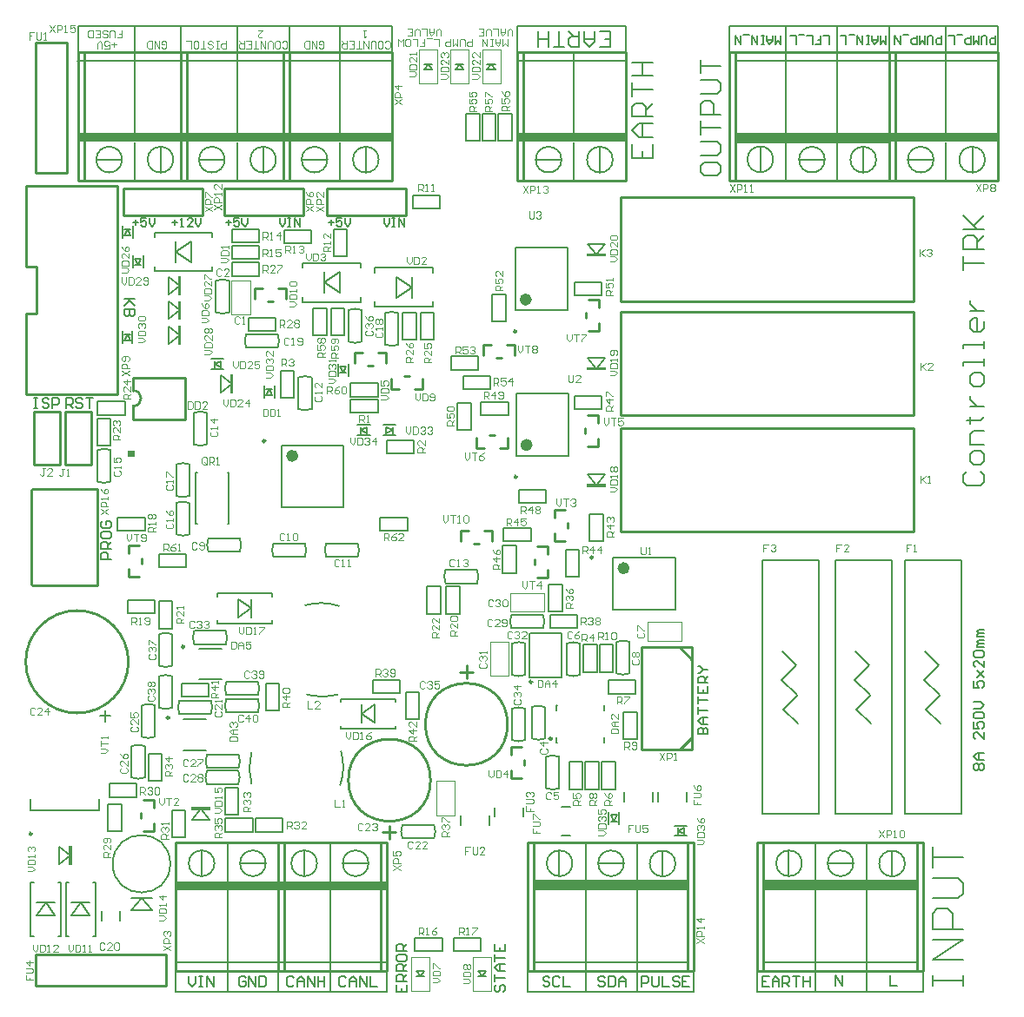
<source format=gto>
G04 Layer_Color=65535*
%FSLAX24Y24*%
%MOIN*%
G70*
G01*
G75*
%ADD10C,0.0079*%
%ADD48C,0.0236*%
%ADD54C,0.0098*%
%ADD77C,0.0071*%
%ADD78C,0.0100*%
%ADD79C,0.0070*%
%ADD80C,0.0050*%
%ADD81C,0.0039*%
%ADD82C,0.0067*%
%ADD83R,0.4213X0.0364*%
%ADD84R,0.5935X0.0374*%
G36*
X28392Y32016D02*
X28142D01*
Y32266D01*
X28392D01*
Y32016D01*
D02*
G37*
G36*
X32179Y34463D02*
X32069D01*
Y35183D01*
X32179D01*
Y34463D01*
D02*
G37*
G36*
X46453Y30862D02*
X45733D01*
Y30972D01*
X46453D01*
Y30862D01*
D02*
G37*
G36*
X25988Y16353D02*
X25878D01*
Y17073D01*
X25988D01*
Y16353D01*
D02*
G37*
G36*
X31305Y18467D02*
X30585D01*
Y18577D01*
X31305D01*
Y18467D01*
D02*
G37*
G36*
X30171Y38223D02*
X30061D01*
Y38943D01*
X30171D01*
Y38223D01*
D02*
G37*
G36*
X46453Y39720D02*
X45733D01*
Y39830D01*
X46453D01*
Y39720D01*
D02*
G37*
G36*
X30171Y37278D02*
X30061D01*
Y37998D01*
X30171D01*
Y37278D01*
D02*
G37*
G36*
X46453Y35340D02*
X45733D01*
Y35450D01*
X46453D01*
Y35340D01*
D02*
G37*
G36*
X30171Y36333D02*
X30061D01*
Y37053D01*
X30171D01*
Y36333D01*
D02*
G37*
D10*
X37757Y43425D02*
G03*
X37757Y43425I-493J0D01*
G01*
X35788D02*
G03*
X35788Y43425I-493J0D01*
G01*
X33820D02*
G03*
X33820Y43425I-493J0D01*
G01*
X31851D02*
G03*
X31851Y43425I-493J0D01*
G01*
X29883D02*
G03*
X29883Y43425I-493J0D01*
G01*
X27914D02*
G03*
X27914Y43425I-493J0D01*
G01*
X46733D02*
G03*
X46733Y43425I-493J0D01*
G01*
X44765D02*
G03*
X44765Y43425I-493J0D01*
G01*
X56832D02*
G03*
X56832Y43425I-493J0D01*
G01*
X54863D02*
G03*
X54863Y43425I-493J0D01*
G01*
X52885Y43435D02*
G03*
X52885Y43435I-493J0D01*
G01*
X61005Y43425D02*
G03*
X61005Y43425I-493J0D01*
G01*
X59036D02*
G03*
X59036Y43425I-493J0D01*
G01*
X35395Y16417D02*
G03*
X35395Y16417I-493J0D01*
G01*
X37363D02*
G03*
X37363Y16417I-493J0D01*
G01*
X31458D02*
G03*
X31458Y16417I-493J0D01*
G01*
X33426D02*
G03*
X33426Y16417I-493J0D01*
G01*
X45188D02*
G03*
X45188Y16417I-493J0D01*
G01*
X47156D02*
G03*
X47156Y16417I-493J0D01*
G01*
X49135Y16407D02*
G03*
X49135Y16407I-493J0D01*
G01*
X53987Y16417D02*
G03*
X53987Y16417I-493J0D01*
G01*
X55956D02*
G03*
X55956Y16417I-493J0D01*
G01*
X57934Y16407D02*
G03*
X57934Y16407I-493J0D01*
G01*
X43455Y11496D02*
X49833D01*
X43455D02*
Y12293D01*
X49833Y11496D02*
Y12293D01*
X52254Y11496D02*
X58632D01*
Y12293D01*
X52254Y11496D02*
Y12293D01*
X35906Y11496D02*
Y12303D01*
X33898Y11496D02*
Y12293D01*
X31969Y11496D02*
Y12303D01*
X38071Y11496D02*
Y12293D01*
X29961Y11496D02*
X38071D01*
X29961D02*
Y12293D01*
X28386Y47539D02*
Y48543D01*
X30157Y47549D02*
Y48553D01*
X32323Y47539D02*
Y48553D01*
X34331Y47549D02*
Y48553D01*
X36260Y47539D02*
Y48524D01*
X26220Y47549D02*
Y48553D01*
X38268D01*
Y47549D02*
Y48553D01*
X27283Y21860D02*
Y22293D01*
X27077Y22077D02*
X27480D01*
X54498Y11506D02*
Y12303D01*
X56467Y11496D02*
Y12293D01*
X47667Y11496D02*
Y12293D01*
X45699Y11506D02*
Y12303D01*
X51201Y47549D02*
Y48553D01*
X53366Y47549D02*
Y48553D01*
X55335Y47539D02*
Y48543D01*
X57343Y47549D02*
Y48553D01*
X59508Y47539D02*
Y48543D01*
X61516Y47549D02*
Y48553D01*
X51201D02*
X61516D01*
X36260Y42648D02*
Y44094D01*
X34803Y43415D02*
X35768D01*
X37274Y42933D02*
Y43907D01*
X34085Y47215D02*
X38268D01*
X36260Y44232D02*
Y47539D01*
X32323Y42648D02*
Y44094D01*
X30866Y43415D02*
X31831D01*
X33337Y42933D02*
Y43907D01*
X30148Y47215D02*
X34331D01*
X32323Y44232D02*
Y47539D01*
X28386Y42648D02*
Y44094D01*
X26929Y43415D02*
X27894D01*
X29400Y42933D02*
Y43907D01*
X26211Y47215D02*
X30394D01*
X28386Y44232D02*
Y47539D01*
X45236Y42648D02*
Y44094D01*
X43780Y43415D02*
X44744D01*
X46250Y42933D02*
Y43907D01*
X43061Y47215D02*
X47244D01*
X45236Y44232D02*
Y47539D01*
X53366Y42667D02*
Y44085D01*
X55335Y42648D02*
Y44094D01*
X51457D02*
X57343D01*
X52392Y42953D02*
Y43907D01*
X53878Y43415D02*
X54843D01*
X56348Y42933D02*
Y43907D01*
X51447Y47215D02*
X57343D01*
X53366Y44242D02*
Y47549D01*
X55335Y44232D02*
Y47539D01*
X51457Y44232D02*
X57343D01*
X59508Y42648D02*
Y44094D01*
X58051Y43415D02*
X59016D01*
X60522Y42933D02*
Y43907D01*
X57333Y47215D02*
X61516D01*
X59508Y44232D02*
Y47539D01*
X35906Y15748D02*
Y17195D01*
X36398Y16427D02*
X37362D01*
X34892Y15935D02*
Y16909D01*
X33898Y12628D02*
X38081D01*
X35906Y12303D02*
Y15610D01*
X31969Y15748D02*
Y17195D01*
X32461Y16427D02*
X33425D01*
X30955Y15935D02*
Y16909D01*
X29961Y12628D02*
X34144D01*
X31969Y12303D02*
Y15610D01*
X27047Y18445D02*
Y18878D01*
X24409Y18445D02*
Y18878D01*
Y18445D02*
X27047D01*
X46093Y39770D02*
X46423Y40200D01*
X45763D02*
X46093Y39770D01*
X45763Y40200D02*
X46423D01*
X46093Y35390D02*
X46423Y35820D01*
X45763D02*
X46093Y35390D01*
X45763Y35820D02*
X46423D01*
X46093Y30912D02*
X46423Y31342D01*
X45763D02*
X46093Y30912D01*
X45763Y31342D02*
X46423D01*
X31585Y26772D02*
X33671D01*
X31585Y25630D02*
X33671D01*
Y26663D02*
Y26772D01*
Y25630D02*
Y25738D01*
X31585Y26663D02*
Y26772D01*
Y25630D02*
Y25738D01*
X36319Y21585D02*
X38406D01*
X36319Y22726D02*
X38406D01*
X36319Y21585D02*
Y21693D01*
Y22618D02*
Y22726D01*
X38406Y21585D02*
Y21693D01*
Y22618D02*
Y22726D01*
X30615Y18097D02*
X30945Y18527D01*
X31275Y18097D01*
X30615D02*
X31275D01*
X25508Y17043D02*
X25938Y16713D01*
X25508Y16383D02*
X25938Y16713D01*
X25508Y16383D02*
Y17043D01*
X24419Y13612D02*
Y15699D01*
X25561Y13612D02*
Y15699D01*
X24419D02*
X24528D01*
X25453D02*
X25561D01*
X24419Y13612D02*
X24528D01*
X25453D02*
X25561D01*
X25758D02*
Y15699D01*
X26900Y13612D02*
Y15699D01*
X25758D02*
X25866D01*
X26791D02*
X26900D01*
X25758Y13612D02*
X25866D01*
X26791D02*
X26900D01*
X34852Y37963D02*
Y38150D01*
Y39272D02*
Y39459D01*
X37057Y37963D02*
Y38150D01*
Y39272D02*
Y39459D01*
X34852Y37963D02*
X37057D01*
X34852Y39459D02*
X37057D01*
X39823Y39094D02*
Y39281D01*
Y37785D02*
Y37972D01*
X37618Y39094D02*
Y39281D01*
Y37785D02*
Y37972D01*
Y39281D02*
X39823D01*
X37618Y37785D02*
X39823D01*
X29173Y39134D02*
Y39321D01*
Y40443D02*
Y40630D01*
X31378Y39134D02*
Y39321D01*
Y40443D02*
Y40630D01*
X29173Y39134D02*
X31378D01*
X29173Y40630D02*
X31378D01*
X43006Y37639D02*
Y40039D01*
X45006Y37639D02*
Y40039D01*
X43006D02*
X45006D01*
X43006Y37639D02*
X45006D01*
X43035Y32058D02*
Y34458D01*
X45035Y32058D02*
Y34458D01*
X43035D02*
X45035D01*
X43035Y32058D02*
X45035D01*
X46733Y28136D02*
X49133D01*
X46733Y26136D02*
X49133D01*
Y28136D01*
X46733Y26136D02*
Y28136D01*
X31969Y31407D02*
X32008D01*
Y29439D02*
Y31407D01*
X31969Y29439D02*
X32008D01*
X30748Y31407D02*
X30787D01*
X30748Y29439D02*
Y31407D01*
Y29439D02*
X30787D01*
X42195Y18209D02*
Y18563D01*
X43297Y18209D02*
Y18563D01*
X40886Y17884D02*
Y18238D01*
X41988Y17884D02*
Y18238D01*
X53789Y22864D02*
X53799D01*
X53804Y22869D01*
X53209Y23465D02*
X53804Y22869D01*
X53789Y22864D02*
X53794Y22859D01*
X53268Y22333D02*
X53794Y22859D01*
X53238Y24557D02*
X53770Y24026D01*
X53209Y23465D02*
X53770Y24026D01*
X53209Y23465D02*
X53209D01*
X53268Y22333D02*
X53829Y21772D01*
X52461Y18327D02*
X54626D01*
X52461D02*
Y28051D01*
X54626Y18327D02*
Y28051D01*
X52461D02*
X54626D01*
X56585Y22864D02*
X56594D01*
X56599Y22869D01*
X56004Y23465D02*
X56599Y22869D01*
X56585Y22864D02*
X56590Y22859D01*
X56063Y22333D02*
X56590Y22859D01*
X56033Y24557D02*
X56565Y24026D01*
X56004Y23465D02*
X56565Y24026D01*
X56004Y23465D02*
X56004D01*
X56063Y22333D02*
X56624Y21772D01*
X55256Y18327D02*
X57421D01*
X55256D02*
Y28051D01*
X57421Y18327D02*
Y28051D01*
X55256D02*
X57421D01*
X59262Y22864D02*
X59272D01*
X59277Y22869D01*
X58681Y23465D02*
X59277Y22869D01*
X59262Y22864D02*
X59267Y22859D01*
X58740Y22333D02*
X59267Y22859D01*
X58711Y24557D02*
X59242Y24026D01*
X58681Y23465D02*
X59242Y24026D01*
X58681Y23465D02*
X58681D01*
X58740Y22333D02*
X59301Y21772D01*
X57933Y18327D02*
X60098D01*
X57933D02*
Y28051D01*
X60098Y18327D02*
Y28051D01*
X57933D02*
X60098D01*
X34045Y32451D02*
X36407D01*
X34045Y30089D02*
X36407D01*
Y32451D01*
X34045Y30089D02*
Y32451D01*
X30856Y23484D02*
X31722D01*
X30856Y24665D02*
X31722D01*
X30285Y20758D02*
X31152D01*
X30285Y21939D02*
X31152D01*
X44567Y22500D02*
X44587D01*
X44567Y22283D02*
Y22500D01*
X46398D02*
X46417D01*
Y22283D02*
Y22500D01*
X44567Y21043D02*
X44587D01*
X44567D02*
Y21260D01*
X46398Y21043D02*
X46417D01*
Y21260D01*
X47165Y18799D02*
Y19154D01*
X48268Y18799D02*
Y19154D01*
X48474Y18799D02*
Y19154D01*
X49577Y18799D02*
Y19154D01*
X29691Y37308D02*
Y37968D01*
Y37308D02*
X30121Y37638D01*
X29691Y37968D02*
X30121Y37638D01*
X31699Y34493D02*
Y35153D01*
Y34493D02*
X32129Y34823D01*
X31699Y35153D02*
X32129Y34823D01*
X31457Y35581D02*
X31693Y35699D01*
X31457Y35581D02*
X31693Y35463D01*
Y35699D01*
X31457Y35463D02*
Y35699D01*
X31339Y35384D02*
X31811D01*
X31339Y35778D02*
X31811D01*
X28130Y40758D02*
X28248Y40522D01*
X28012D02*
X28130Y40758D01*
X28012Y40522D02*
X28248D01*
X28012Y40758D02*
X28248D01*
X27933Y40404D02*
Y40876D01*
X28327Y40404D02*
Y40876D01*
X29691Y38253D02*
Y38913D01*
Y38253D02*
X30121Y38583D01*
X29691Y38913D02*
X30121Y38583D01*
X29691Y36363D02*
Y37023D01*
Y36363D02*
X30121Y36693D01*
X29691Y37023D02*
X30121Y36693D01*
X28406Y39626D02*
X28524Y39390D01*
X28642Y39626D01*
X28406D02*
X28642D01*
X28406Y39390D02*
X28642D01*
X28720Y39272D02*
Y39744D01*
X28327Y39272D02*
Y39744D01*
X28120Y36732D02*
X28238Y36496D01*
X28002D02*
X28120Y36732D01*
X28002Y36496D02*
X28238D01*
X28002Y36732D02*
X28238D01*
X27923Y36378D02*
Y36850D01*
X28317Y36378D02*
Y36850D01*
X36280Y35472D02*
X36398Y35236D01*
X36516Y35472D01*
X36280D02*
X36516D01*
X36280Y35236D02*
X36516D01*
X36594Y35118D02*
Y35591D01*
X36201Y35118D02*
Y35591D01*
X33563Y34626D02*
X33681Y34390D01*
X33445D02*
X33563Y34626D01*
X33445Y34390D02*
X33681D01*
X33445Y34626D02*
X33681D01*
X33366Y34272D02*
Y34744D01*
X33760Y34272D02*
Y34744D01*
X38051Y32923D02*
X38287Y33041D01*
X38051Y33159D02*
X38287Y33041D01*
X38051Y32923D02*
Y33159D01*
X38287Y32923D02*
Y33159D01*
X37933Y33238D02*
X38406D01*
X37933Y32844D02*
X38406D01*
X37067Y33041D02*
X37303Y33159D01*
X37067Y33041D02*
X37303Y32923D01*
Y33159D01*
X37067Y32923D02*
Y33159D01*
X36949Y32844D02*
X37421D01*
X36949Y33238D02*
X37421D01*
X46663Y18268D02*
X46782Y18032D01*
X46900Y18268D01*
X46663D02*
X46900D01*
X46663Y18032D02*
X46900D01*
X46978Y17913D02*
Y18386D01*
X46585Y17913D02*
Y18386D01*
X49222Y17667D02*
X49459Y17785D01*
X49222Y17667D02*
X49459Y17549D01*
Y17785D01*
X49222Y17549D02*
Y17785D01*
X49104Y17470D02*
X49577D01*
X49104Y17864D02*
X49577D01*
X47667Y15758D02*
Y17175D01*
X45699Y15748D02*
Y17195D01*
X43691Y15748D02*
X49577D01*
X48642Y15935D02*
Y16890D01*
X46191Y16427D02*
X47156D01*
X44685Y15935D02*
Y16909D01*
X43691Y12628D02*
X49587D01*
X47667Y12293D02*
Y15600D01*
X45699Y12303D02*
Y15610D01*
X43691D02*
X49577D01*
X56467Y15758D02*
Y17175D01*
X54498Y15748D02*
Y17195D01*
X52490Y15748D02*
X58376D01*
X57441Y15935D02*
Y16890D01*
X54990Y16427D02*
X55955D01*
X53484Y15935D02*
Y16909D01*
X52490Y12628D02*
X58386D01*
X56467Y12293D02*
Y15600D01*
X54498Y12303D02*
Y15610D01*
X52490D02*
X58376D01*
X44764Y17470D02*
X45118D01*
X44764Y18573D02*
X45118D01*
X43071Y47549D02*
Y48553D01*
X47244Y47549D02*
Y48553D01*
X43071D02*
X47244D01*
X28405Y38081D02*
X28012D01*
X28143D01*
X28405Y37818D01*
X28209Y38015D01*
X28012Y37818D01*
X28405Y37687D02*
X28012D01*
Y37490D01*
X28077Y37425D01*
X28143D01*
X28209Y37490D01*
Y37687D01*
Y37490D01*
X28274Y37425D01*
X28340D01*
X28405Y37490D01*
Y37687D01*
X28327Y41024D02*
X28537D01*
X28432Y41129D02*
Y40919D01*
X28852Y41181D02*
X28642D01*
Y41024D01*
X28747Y41076D01*
X28799D01*
X28852Y41024D01*
Y40919D01*
X28799Y40866D01*
X28694D01*
X28642Y40919D01*
X28956Y41181D02*
Y40971D01*
X29061Y40866D01*
X29166Y40971D01*
Y41181D01*
X29843Y41024D02*
X30052D01*
X29947Y41129D02*
Y40919D01*
X30157Y40866D02*
X30262D01*
X30210D01*
Y41181D01*
X30157Y41129D01*
X30630Y40866D02*
X30420D01*
X30630Y41076D01*
Y41129D01*
X30577Y41181D01*
X30472D01*
X30420Y41129D01*
X30735Y41181D02*
Y40971D01*
X30840Y40866D01*
X30945Y40971D01*
Y41181D01*
X58987Y11722D02*
Y12116D01*
Y11919D01*
X60167D01*
Y11722D01*
Y12116D01*
Y12706D02*
X58987D01*
X60167Y13494D01*
X58987D01*
X60167Y13887D02*
X58987D01*
Y14477D01*
X59183Y14674D01*
X59577D01*
X59774Y14477D01*
Y13887D01*
X58987Y15068D02*
X59971D01*
X60167Y15265D01*
Y15658D01*
X59971Y15855D01*
X58987D01*
Y16249D02*
Y17036D01*
Y16642D01*
X60167D01*
X50089Y43199D02*
Y42936D01*
X50220Y42805D01*
X50745D01*
X50876Y42936D01*
Y43199D01*
X50745Y43330D01*
X50220D01*
X50089Y43199D01*
Y43592D02*
X50745D01*
X50876Y43723D01*
Y43986D01*
X50745Y44117D01*
X50089D01*
Y44379D02*
Y44904D01*
Y44642D01*
X50876D01*
Y45167D02*
X50089D01*
Y45560D01*
X50220Y45691D01*
X50482D01*
X50614Y45560D01*
Y45167D01*
X50089Y45954D02*
X50745D01*
X50876Y46085D01*
Y46347D01*
X50745Y46478D01*
X50089D01*
Y46741D02*
Y47266D01*
Y47003D01*
X50876D01*
X60309Y31450D02*
X60177Y31319D01*
Y31056D01*
X60309Y30925D01*
X60833D01*
X60965Y31056D01*
Y31319D01*
X60833Y31450D01*
X60965Y31844D02*
Y32106D01*
X60833Y32237D01*
X60571D01*
X60440Y32106D01*
Y31844D01*
X60571Y31712D01*
X60833D01*
X60965Y31844D01*
Y32499D02*
X60440D01*
Y32893D01*
X60571Y33024D01*
X60965D01*
X60309Y33418D02*
X60440D01*
Y33287D01*
Y33549D01*
Y33418D01*
X60833D01*
X60965Y33549D01*
X60440Y33943D02*
X60965D01*
X60702D01*
X60571Y34074D01*
X60440Y34205D01*
Y34336D01*
X60965Y34861D02*
Y35123D01*
X60833Y35255D01*
X60571D01*
X60440Y35123D01*
Y34861D01*
X60571Y34730D01*
X60833D01*
X60965Y34861D01*
Y35517D02*
Y35779D01*
Y35648D01*
X60177D01*
Y35517D01*
X60965Y36173D02*
Y36435D01*
Y36304D01*
X60177D01*
Y36173D01*
X60965Y37222D02*
Y36960D01*
X60833Y36829D01*
X60571D01*
X60440Y36960D01*
Y37222D01*
X60571Y37354D01*
X60702D01*
Y36829D01*
X60440Y37616D02*
X60965D01*
X60702D01*
X60571Y37747D01*
X60440Y37878D01*
Y38010D01*
X60177Y39190D02*
Y39715D01*
Y39453D01*
X60965D01*
Y39977D02*
X60177D01*
Y40371D01*
X60309Y40502D01*
X60571D01*
X60702Y40371D01*
Y39977D01*
Y40240D02*
X60965Y40502D01*
X60177Y40765D02*
X60965D01*
X60702D01*
X60177Y41289D01*
X60571Y40896D01*
X60965Y41289D01*
X35827Y41024D02*
X36037D01*
X35932Y41129D02*
Y40919D01*
X36352Y41181D02*
X36142D01*
Y41024D01*
X36247Y41076D01*
X36299D01*
X36352Y41024D01*
Y40919D01*
X36299Y40866D01*
X36194D01*
X36142Y40919D01*
X36456Y41181D02*
Y40971D01*
X36561Y40866D01*
X36666Y40971D01*
Y41181D01*
X31890Y41024D02*
X32100D01*
X31995Y41129D02*
Y40919D01*
X32415Y41181D02*
X32205D01*
Y41024D01*
X32310Y41076D01*
X32362D01*
X32415Y41024D01*
Y40919D01*
X32362Y40866D01*
X32257D01*
X32205Y40919D01*
X32519Y41181D02*
Y40971D01*
X32624Y40866D01*
X32729Y40971D01*
Y41181D01*
X33957D02*
Y40971D01*
X34062Y40866D01*
X34167Y40971D01*
Y41181D01*
X34272D02*
X34377D01*
X34324D01*
Y40866D01*
X34272D01*
X34377D01*
X34534D02*
Y41181D01*
X34744Y40866D01*
Y41181D01*
X37953D02*
Y40971D01*
X38058Y40866D01*
X38163Y40971D01*
Y41181D01*
X38268D02*
X38373D01*
X38320D01*
Y40866D01*
X38268D01*
X38373D01*
X38530D02*
Y41181D01*
X38740Y40866D01*
Y41181D01*
X36512Y12011D02*
X36447Y12077D01*
X36316D01*
X36250Y12011D01*
Y11749D01*
X36316Y11683D01*
X36447D01*
X36512Y11749D01*
X36644Y11683D02*
Y11945D01*
X36775Y12077D01*
X36906Y11945D01*
Y11683D01*
Y11880D01*
X36644D01*
X37037Y11683D02*
Y12077D01*
X37300Y11683D01*
Y12077D01*
X37431D02*
Y11683D01*
X37693D01*
X34505Y12011D02*
X34439Y12077D01*
X34308D01*
X34242Y12011D01*
Y11749D01*
X34308Y11683D01*
X34439D01*
X34505Y11749D01*
X34636Y11683D02*
Y11945D01*
X34767Y12077D01*
X34898Y11945D01*
Y11683D01*
Y11880D01*
X34636D01*
X35029Y11683D02*
Y12077D01*
X35292Y11683D01*
Y12077D01*
X35423D02*
Y11683D01*
Y11880D01*
X35685D01*
Y12077D01*
Y11683D01*
X32654Y12011D02*
X32589Y12077D01*
X32457D01*
X32392Y12011D01*
Y11749D01*
X32457Y11683D01*
X32589D01*
X32654Y11749D01*
Y11880D01*
X32523D01*
X32785Y11683D02*
Y12077D01*
X33048Y11683D01*
Y12077D01*
X33179D02*
Y11683D01*
X33376D01*
X33441Y11749D01*
Y12011D01*
X33376Y12077D01*
X33179D01*
X30463D02*
Y11814D01*
X30594Y11683D01*
X30725Y11814D01*
Y12077D01*
X30856D02*
X30987D01*
X30922D01*
Y11683D01*
X30856D01*
X30987D01*
X31184D02*
Y12077D01*
X31447Y11683D01*
Y12077D01*
X27510Y28100D02*
X27116D01*
Y28297D01*
X27182Y28363D01*
X27313D01*
X27379Y28297D01*
Y28100D01*
X27510Y28494D02*
X27116D01*
Y28691D01*
X27182Y28756D01*
X27313D01*
X27379Y28691D01*
Y28494D01*
Y28625D02*
X27510Y28756D01*
X27116Y29084D02*
Y28953D01*
X27182Y28888D01*
X27444D01*
X27510Y28953D01*
Y29084D01*
X27444Y29150D01*
X27182D01*
X27116Y29084D01*
X27182Y29543D02*
X27116Y29478D01*
Y29347D01*
X27182Y29281D01*
X27444D01*
X27510Y29347D01*
Y29478D01*
X27444Y29543D01*
X27313D01*
Y29412D01*
X49990Y21368D02*
X50384D01*
Y21565D01*
X50318Y21630D01*
X50253D01*
X50187Y21565D01*
Y21368D01*
Y21565D01*
X50121Y21630D01*
X50056D01*
X49990Y21565D01*
Y21368D01*
X50384Y21762D02*
X50121D01*
X49990Y21893D01*
X50121Y22024D01*
X50384D01*
X50187D01*
Y21762D01*
X49990Y22155D02*
Y22418D01*
Y22286D01*
X50384D01*
X49990Y22549D02*
Y22811D01*
Y22680D01*
X50384D01*
X49990Y23205D02*
Y22942D01*
X50384D01*
Y23205D01*
X50187Y22942D02*
Y23074D01*
X50384Y23336D02*
X49990D01*
Y23533D01*
X50056Y23598D01*
X50187D01*
X50253Y23533D01*
Y23336D01*
Y23467D02*
X50384Y23598D01*
X49990Y23730D02*
X50056D01*
X50187Y23861D01*
X50056Y23992D01*
X49990D01*
X50187Y23861D02*
X50384D01*
X60627Y20000D02*
X60561Y20066D01*
Y20197D01*
X60627Y20262D01*
X60692D01*
X60758Y20197D01*
X60824Y20262D01*
X60889D01*
X60955Y20197D01*
Y20066D01*
X60889Y20000D01*
X60824D01*
X60758Y20066D01*
X60692Y20000D01*
X60627D01*
X60758Y20066D02*
Y20197D01*
X60955Y20394D02*
X60692D01*
X60561Y20525D01*
X60692Y20656D01*
X60955D01*
X60758D01*
Y20394D01*
X60955Y21443D02*
Y21181D01*
X60692Y21443D01*
X60627D01*
X60561Y21378D01*
Y21246D01*
X60627Y21181D01*
X60561Y21837D02*
Y21574D01*
X60758D01*
X60692Y21705D01*
Y21771D01*
X60758Y21837D01*
X60889D01*
X60955Y21771D01*
Y21640D01*
X60889Y21574D01*
X60627Y21968D02*
X60561Y22033D01*
Y22165D01*
X60627Y22230D01*
X60889D01*
X60955Y22165D01*
Y22033D01*
X60889Y21968D01*
X60627D01*
X60561Y22361D02*
X60824D01*
X60955Y22493D01*
X60824Y22624D01*
X60561D01*
Y23411D02*
Y23149D01*
X60758D01*
X60692Y23280D01*
Y23345D01*
X60758Y23411D01*
X60889D01*
X60955Y23345D01*
Y23214D01*
X60889Y23149D01*
X60692Y23542D02*
X60955Y23805D01*
X60824Y23673D01*
X60692Y23805D01*
X60955Y23542D01*
Y24198D02*
Y23936D01*
X60692Y24198D01*
X60627D01*
X60561Y24133D01*
Y24001D01*
X60627Y23936D01*
Y24329D02*
X60561Y24395D01*
Y24526D01*
X60627Y24592D01*
X60889D01*
X60955Y24526D01*
Y24395D01*
X60889Y24329D01*
X60627D01*
X60955Y24723D02*
X60692D01*
Y24788D01*
X60758Y24854D01*
X60955D01*
X60758D01*
X60692Y24920D01*
X60758Y24985D01*
X60955D01*
Y25116D02*
X60692D01*
Y25182D01*
X60758Y25248D01*
X60955D01*
X60758D01*
X60692Y25313D01*
X60758Y25379D01*
X60955D01*
X57372Y12106D02*
Y11713D01*
X57634D01*
X55285D02*
Y12106D01*
X55548Y11713D01*
Y12106D01*
X42280Y11749D02*
X42215Y11683D01*
Y11552D01*
X42280Y11486D01*
X42346D01*
X42411Y11552D01*
Y11683D01*
X42477Y11749D01*
X42543D01*
X42608Y11683D01*
Y11552D01*
X42543Y11486D01*
X42215Y11880D02*
Y12142D01*
Y12011D01*
X42608D01*
Y12273D02*
X42346D01*
X42215Y12405D01*
X42346Y12536D01*
X42608D01*
X42411D01*
Y12273D01*
X42215Y12667D02*
Y12929D01*
Y12798D01*
X42608D01*
X42215Y13323D02*
Y13061D01*
X42608D01*
Y13323D01*
X42411Y13061D02*
Y13192D01*
X38445Y11749D02*
Y11486D01*
X38839D01*
Y11749D01*
X38642Y11486D02*
Y11617D01*
X38839Y11880D02*
X38445D01*
Y12077D01*
X38511Y12142D01*
X38642D01*
X38707Y12077D01*
Y11880D01*
Y12011D02*
X38839Y12142D01*
Y12273D02*
X38445D01*
Y12470D01*
X38511Y12536D01*
X38642D01*
X38707Y12470D01*
Y12273D01*
Y12405D02*
X38839Y12536D01*
X38445Y12864D02*
Y12733D01*
X38511Y12667D01*
X38773D01*
X38839Y12733D01*
Y12864D01*
X38773Y12929D01*
X38511D01*
X38445Y12864D01*
X38839Y13061D02*
X38445D01*
Y13257D01*
X38511Y13323D01*
X38642D01*
X38707Y13257D01*
Y13061D01*
Y13192D02*
X38839Y13323D01*
X24528Y34291D02*
X24659D01*
X24593D01*
Y33898D01*
X24528D01*
X24659D01*
X25118Y34226D02*
X25052Y34291D01*
X24921D01*
X24856Y34226D01*
Y34160D01*
X24921Y34094D01*
X25052D01*
X25118Y34029D01*
Y33963D01*
X25052Y33898D01*
X24921D01*
X24856Y33963D01*
X25249Y33898D02*
Y34291D01*
X25446D01*
X25511Y34226D01*
Y34094D01*
X25446Y34029D01*
X25249D01*
X25758Y33888D02*
Y34281D01*
X25955D01*
X26020Y34216D01*
Y34085D01*
X25955Y34019D01*
X25758D01*
X25889D02*
X26020Y33888D01*
X26414Y34216D02*
X26348Y34281D01*
X26217D01*
X26151Y34216D01*
Y34150D01*
X26217Y34085D01*
X26348D01*
X26414Y34019D01*
Y33953D01*
X26348Y33888D01*
X26217D01*
X26151Y33953D01*
X26545Y34281D02*
X26807D01*
X26676D01*
Y33888D01*
X52723Y12077D02*
X52461D01*
Y11683D01*
X52723D01*
X52461Y11880D02*
X52592D01*
X52854Y11683D02*
Y11945D01*
X52985Y12077D01*
X53117Y11945D01*
Y11683D01*
Y11880D01*
X52854D01*
X53248Y11683D02*
Y12077D01*
X53445D01*
X53510Y12011D01*
Y11880D01*
X53445Y11814D01*
X53248D01*
X53379D02*
X53510Y11683D01*
X53641Y12077D02*
X53904D01*
X53773D01*
Y11683D01*
X54035Y12077D02*
Y11683D01*
Y11880D01*
X54297D01*
Y12077D01*
Y11683D01*
X47471Y44019D02*
Y43494D01*
X48258D01*
Y44019D01*
X47864Y43494D02*
Y43756D01*
X48258Y44281D02*
X47733D01*
X47471Y44544D01*
X47733Y44806D01*
X48258D01*
X47864D01*
Y44281D01*
X48258Y45068D02*
X47471D01*
Y45462D01*
X47602Y45593D01*
X47864D01*
X47995Y45462D01*
Y45068D01*
Y45331D02*
X48258Y45593D01*
X47471Y45856D02*
Y46380D01*
Y46118D01*
X48258D01*
X47471Y46643D02*
X48258D01*
X47864D01*
Y47167D01*
X47471D01*
X48258D01*
X44317Y12011D02*
X44252Y12077D01*
X44121D01*
X44055Y12011D01*
Y11945D01*
X44121Y11880D01*
X44252D01*
X44317Y11814D01*
Y11749D01*
X44252Y11683D01*
X44121D01*
X44055Y11749D01*
X44711Y12011D02*
X44645Y12077D01*
X44514D01*
X44449Y12011D01*
Y11749D01*
X44514Y11683D01*
X44645D01*
X44711Y11749D01*
X44842Y12077D02*
Y11683D01*
X45105D01*
X46434Y12011D02*
X46368Y12077D01*
X46237D01*
X46171Y12011D01*
Y11945D01*
X46237Y11880D01*
X46368D01*
X46434Y11814D01*
Y11749D01*
X46368Y11683D01*
X46237D01*
X46171Y11749D01*
X46565Y12077D02*
Y11683D01*
X46762D01*
X46827Y11749D01*
Y12011D01*
X46762Y12077D01*
X46565D01*
X46958Y11683D02*
Y11945D01*
X47090Y12077D01*
X47221Y11945D01*
Y11683D01*
Y11880D01*
X46958D01*
X47844Y11683D02*
Y12077D01*
X48041D01*
X48107Y12011D01*
Y11880D01*
X48041Y11814D01*
X47844D01*
X48238Y12077D02*
Y11749D01*
X48304Y11683D01*
X48435D01*
X48500Y11749D01*
Y12077D01*
X48632D02*
Y11683D01*
X48894D01*
X49288Y12011D02*
X49222Y12077D01*
X49091D01*
X49025Y12011D01*
Y11945D01*
X49091Y11880D01*
X49222D01*
X49288Y11814D01*
Y11749D01*
X49222Y11683D01*
X49091D01*
X49025Y11749D01*
X49681Y12077D02*
X49419D01*
Y11683D01*
X49681D01*
X49419Y11880D02*
X49550D01*
X46230Y47746D02*
X46624D01*
Y48337D01*
X46230D01*
X46624Y48041D02*
X46427D01*
X46034Y48337D02*
Y47943D01*
X45837Y47746D01*
X45640Y47943D01*
Y48337D01*
Y48041D01*
X46034D01*
X45443Y48337D02*
Y47746D01*
X45148D01*
X45050Y47845D01*
Y48041D01*
X45148Y48140D01*
X45443D01*
X45247D02*
X45050Y48337D01*
X44853Y47746D02*
X44459D01*
X44656D01*
Y48337D01*
X44263Y47746D02*
Y48337D01*
Y48041D01*
X43869D01*
Y47746D01*
Y48337D01*
X53169Y48179D02*
Y47864D01*
X53064Y47969D01*
X52959Y47864D01*
Y48179D01*
X52854D02*
Y47969D01*
X52749Y47864D01*
X52645Y47969D01*
Y48179D01*
Y48022D01*
X52854D01*
X52540Y47864D02*
X52435D01*
X52487D01*
Y48179D01*
X52540D01*
X52435D01*
X52277D02*
Y47864D01*
X52067Y48179D01*
Y47864D01*
X51962Y48232D02*
X51752D01*
X51647Y48179D02*
Y47864D01*
X51438Y48179D01*
Y47864D01*
X55020D02*
Y48179D01*
X54810D01*
X54495Y47864D02*
X54705D01*
Y48022D01*
X54600D01*
X54705D01*
Y48179D01*
X54390Y47864D02*
Y48179D01*
X54180D01*
X54075Y48232D02*
X53865D01*
X53760Y47864D02*
Y48179D01*
X53550D01*
X57205D02*
Y47864D01*
X57100Y47969D01*
X56995Y47864D01*
Y48179D01*
X56890D02*
Y47969D01*
X56785Y47864D01*
X56680Y47969D01*
Y48179D01*
Y48022D01*
X56890D01*
X56575Y47864D02*
X56470D01*
X56523D01*
Y48179D01*
X56575D01*
X56470D01*
X56313D02*
Y47864D01*
X56103Y48179D01*
Y47864D01*
X55998Y48232D02*
X55788D01*
X55683Y47864D02*
Y48179D01*
X55473D01*
X59331D02*
Y47864D01*
X59173D01*
X59121Y47917D01*
Y48022D01*
X59173Y48074D01*
X59331D01*
X59016Y47864D02*
Y48127D01*
X58963Y48179D01*
X58858D01*
X58806Y48127D01*
Y47864D01*
X58701Y48179D02*
Y47864D01*
X58596Y47969D01*
X58491Y47864D01*
Y48179D01*
X58386D02*
Y47864D01*
X58229D01*
X58176Y47917D01*
Y48022D01*
X58229Y48074D01*
X58386D01*
X58071Y48232D02*
X57861D01*
X57756Y48179D02*
Y47864D01*
X57547Y48179D01*
Y47864D01*
X61398Y48179D02*
Y47864D01*
X61240D01*
X61188Y47917D01*
Y48022D01*
X61240Y48074D01*
X61398D01*
X61083Y47864D02*
Y48127D01*
X61030Y48179D01*
X60925D01*
X60873Y48127D01*
Y47864D01*
X60768Y48179D02*
Y47864D01*
X60663Y47969D01*
X60558Y47864D01*
Y48179D01*
X60453D02*
Y47864D01*
X60296D01*
X60243Y47917D01*
Y48022D01*
X60296Y48074D01*
X60453D01*
X60138Y48232D02*
X59928D01*
X59823Y47864D02*
Y48179D01*
X59613D01*
D48*
X43514Y38053D02*
G03*
X43514Y38053I-118J0D01*
G01*
X43543Y32472D02*
G03*
X43543Y32472I-118J0D01*
G01*
X47265Y27746D02*
G03*
X47265Y27746I-118J0D01*
G01*
X34557Y32057D02*
G03*
X34557Y32057I-118J0D01*
G01*
D54*
X24459Y17549D02*
G03*
X24459Y17549I-49J0D01*
G01*
X43032Y36831D02*
G03*
X43032Y36831I-49J0D01*
G01*
X43061Y31250D02*
G03*
X43061Y31250I-49J0D01*
G01*
X45974Y28159D02*
G03*
X45974Y28159I-49J0D01*
G01*
X33406Y32628D02*
G03*
X33406Y32628I-49J0D01*
G01*
X30295Y24724D02*
G03*
X30295Y24724I-49J0D01*
G01*
X43644Y23380D02*
G03*
X43644Y23380I-49J0D01*
G01*
X29724Y21998D02*
G03*
X29724Y21998I-49J0D01*
G01*
X44400Y21201D02*
G03*
X44400Y21201I-49J0D01*
G01*
D77*
X29764Y16398D02*
G03*
X29764Y16398I-1102J0D01*
G01*
X36237Y26291D02*
G03*
X34937Y26320I-697J-2035D01*
G01*
X35001Y22888D02*
G03*
X36194Y22892I589J2068D01*
G01*
X36281Y19422D02*
G03*
X36311Y20722I-2035J697D01*
G01*
X32878Y20658D02*
G03*
X32882Y19465I2068J-589D01*
G01*
X28268Y15098D02*
X29055D01*
X28268Y14626D02*
X28661Y15098D01*
X29055Y14626D01*
X28268D02*
X29055D01*
X43554Y23559D02*
X44754D01*
X43554Y25259D02*
X44754D01*
X43545Y23563D02*
Y25256D01*
X44762Y23563D02*
Y25256D01*
D78*
X28342Y33966D02*
G03*
X28342Y34566I0J300D01*
G01*
X42697Y21752D02*
G03*
X42697Y21752I-1575J0D01*
G01*
X28159Y24150D02*
G03*
X28159Y24150I-1969J0D01*
G01*
X39744Y19606D02*
G03*
X39744Y19606I-1575J0D01*
G01*
X34094Y47549D02*
X34331D01*
X34094Y42628D02*
X34331D01*
X38268D02*
Y47549D01*
X34331Y42628D02*
Y47549D01*
X34094Y42628D02*
Y47549D01*
X34331D02*
X38268D01*
X34331Y42628D02*
X38268D01*
X30157Y47549D02*
X30394D01*
X30157Y42628D02*
X30394D01*
X34331D02*
Y47549D01*
X30394Y42628D02*
Y47549D01*
X30157Y42628D02*
Y47549D01*
X30394D02*
X34331D01*
X30394Y42628D02*
X34331D01*
X26969Y28640D02*
X26970Y30781D01*
X24470D02*
X26970D01*
X24470Y27081D02*
X26970D01*
X24449Y27104D02*
Y30766D01*
X26969Y27104D02*
X26970Y28681D01*
X26220Y47549D02*
X26457D01*
X26220Y42628D02*
X26457D01*
X30394D02*
Y47549D01*
X26457Y42628D02*
Y47549D01*
X26220Y42628D02*
Y47549D01*
X26457D02*
X30394D01*
X26457Y42628D02*
X30394D01*
X43071Y47549D02*
X43307D01*
X43071Y42628D02*
X43307D01*
X47244D02*
Y47549D01*
X43307Y42628D02*
Y47549D01*
X43071Y42628D02*
Y47549D01*
X43307D02*
X47244D01*
X43307Y42628D02*
X47244D01*
X51437D02*
X57343D01*
X51437Y47549D02*
X57343D01*
X51201Y42628D02*
Y47549D01*
X51437Y42628D02*
Y47549D01*
X57579Y42628D02*
Y47549D01*
X57343Y42628D02*
Y47549D01*
X51201Y42628D02*
X51437D01*
X51201Y47549D02*
X51437D01*
X57343Y42628D02*
X57579D01*
X57343Y47549D02*
X57579D01*
X57343D02*
X57579D01*
X57343Y42628D02*
X57579D01*
X61516D02*
Y47549D01*
X57579Y42628D02*
Y47549D01*
X57343Y42628D02*
Y47549D01*
X57579D02*
X61516D01*
X57579Y42628D02*
X61516D01*
X27972Y41289D02*
Y42313D01*
X31004Y41289D02*
Y42313D01*
X27972Y41289D02*
X31004D01*
X27972Y42313D02*
X31004D01*
X31831Y41289D02*
X34862D01*
X31831Y42313D02*
X34862D01*
X31831Y41289D02*
Y42313D01*
X34862Y41289D02*
Y42313D01*
X37835Y12293D02*
X38071D01*
X37835Y17215D02*
X38071D01*
X33898Y12293D02*
Y17215D01*
X37835Y12293D02*
Y17215D01*
X38071Y12293D02*
Y17215D01*
X33898Y12293D02*
X37835D01*
X33898Y17215D02*
X37835D01*
X33898Y12293D02*
X34134D01*
X33898Y17215D02*
X34134D01*
X29961Y12293D02*
Y17215D01*
X33898Y12293D02*
Y17215D01*
X34134Y12293D02*
Y17215D01*
X29961Y12293D02*
X33898D01*
X29961Y17215D02*
X33898D01*
X35768Y41289D02*
X38799D01*
X35768Y42313D02*
X38799D01*
X35768Y41289D02*
Y42313D01*
X38799Y41289D02*
Y42313D01*
X49774Y20768D02*
Y24705D01*
X47844Y20768D02*
Y24705D01*
Y20768D02*
X49774D01*
X47844Y24705D02*
X49774D01*
X49301Y20768D02*
X49774Y21240D01*
X49301Y24705D02*
X49774Y24232D01*
X41768Y36315D02*
X42069D01*
X42969Y35915D02*
Y36315D01*
X42668D02*
X42969D01*
X42269Y35815D02*
X42469D01*
X41768Y35915D02*
Y36315D01*
X46187Y37764D02*
Y38064D01*
X45787Y36864D02*
X46187D01*
Y37164D01*
X45687Y37364D02*
Y37564D01*
X45787Y38064D02*
X46187D01*
X42400Y32336D02*
X42700D01*
X41500D02*
Y32736D01*
Y32336D02*
X41800D01*
X42000Y32836D02*
X42200D01*
X42700Y32336D02*
Y32736D01*
X46177Y33306D02*
Y33606D01*
X45777Y32406D02*
X46177D01*
Y32706D01*
X45677Y32906D02*
Y33106D01*
X45777Y33606D02*
X46177D01*
X44229Y28286D02*
Y28586D01*
X43829Y27386D02*
X44229D01*
Y27686D01*
X43729Y27886D02*
Y28086D01*
X43829Y28586D02*
X44229D01*
X44502Y28796D02*
Y29096D01*
Y29996D02*
X44902D01*
X44502Y29696D02*
Y29996D01*
X45002Y29296D02*
Y29496D01*
X44502Y28796D02*
X44902D01*
X29150Y18552D02*
Y18852D01*
X28750Y17652D02*
X29150D01*
Y17952D01*
X28650Y18152D02*
Y18352D01*
X28750Y18852D02*
X29150D01*
X34199Y38090D02*
Y38490D01*
X33899D02*
X34199D01*
X32999Y38090D02*
Y38490D01*
X33299D01*
X33499Y37990D02*
X33699D01*
X38242Y34610D02*
Y35010D01*
Y34610D02*
X38542D01*
X39442D02*
Y35010D01*
X39142Y34610D02*
X39442D01*
X38742Y35110D02*
X38942D01*
X42848Y19682D02*
Y19982D01*
Y20882D02*
X43248D01*
X42848Y20582D02*
Y20882D01*
X43348Y20182D02*
Y20382D01*
X42848Y19682D02*
X43248D01*
X47047Y41968D02*
X58268D01*
X47047Y37992D02*
X58268D01*
Y41968D01*
X47047Y37992D02*
Y41968D01*
Y37598D02*
X58268D01*
X47047Y33622D02*
X58268D01*
Y37598D01*
X47047Y33622D02*
Y37598D01*
Y33110D02*
X58268D01*
X47047Y29134D02*
X58268D01*
Y33110D01*
X47047Y29134D02*
Y33110D01*
X25551Y31713D02*
Y33760D01*
X24528Y31713D02*
Y33760D01*
Y31713D02*
X25551D01*
X24528Y33760D02*
X25551D01*
X26752Y31713D02*
Y33760D01*
X25728Y31713D02*
Y33760D01*
Y31713D02*
X26752D01*
X25728Y33760D02*
X26752D01*
X24600Y11713D02*
X29600D01*
X24600Y12913D02*
X29600D01*
X24600Y11713D02*
Y12913D01*
X29600Y11713D02*
Y12913D01*
X25817Y42907D02*
Y47907D01*
X24617Y42907D02*
Y47907D01*
Y42907D02*
X25817D01*
X24617Y47907D02*
X25817D01*
X28342Y34566D02*
Y35066D01*
Y33466D02*
X30342D01*
X28342Y35066D02*
X30342D01*
Y33466D02*
Y35066D01*
X28342Y33466D02*
Y33966D01*
X41122Y23502D02*
Y24002D01*
X40872Y23752D02*
X41372D01*
X38169Y17356D02*
Y17856D01*
X37919Y17606D02*
X38419D01*
X37347Y35510D02*
X37547D01*
X36847Y36010D02*
X37147D01*
X36847Y35610D02*
Y36010D01*
X37747D02*
X38047D01*
Y35610D02*
Y36010D01*
X28153Y27418D02*
X28553D01*
X28653Y27918D02*
Y28118D01*
X28153Y28318D02*
Y28618D01*
X28553D01*
X28153Y27418D02*
Y27718D01*
X24222Y39323D02*
X24622D01*
X24222Y37523D02*
X24622D01*
X24222Y42423D02*
X27722D01*
X24222Y34423D02*
X27722D01*
X24622Y37523D02*
Y39323D01*
X24222D02*
Y42423D01*
Y34423D02*
Y37523D01*
X27722Y34423D02*
Y42423D01*
X43691Y17215D02*
X49596D01*
X43691Y12293D02*
X49596D01*
X49833D02*
Y17215D01*
X49596Y12293D02*
Y17215D01*
X43455Y12293D02*
Y17215D01*
X43691Y12293D02*
Y17215D01*
X49596D02*
X49833D01*
X49596Y12293D02*
X49833D01*
X43455Y17215D02*
X43691D01*
X43455Y12293D02*
X43691D01*
X52490Y17215D02*
X58396D01*
X52490Y12293D02*
X58396D01*
X58632D02*
Y17215D01*
X58396Y12293D02*
Y17215D01*
X52254Y12293D02*
Y17215D01*
X52490Y12293D02*
Y17215D01*
X58396D02*
X58632D01*
X58396Y12293D02*
X58632D01*
X52254Y17215D02*
X52490D01*
X52254Y12293D02*
X52490D01*
X40893Y29199D02*
X41193D01*
X42093Y28799D02*
Y29199D01*
X41793D02*
X42093D01*
X41393Y28699D02*
X41593D01*
X40893Y28799D02*
Y29199D01*
D79*
X31915Y22725D02*
G03*
X31916Y22215I609J-255D01*
G01*
X33123D02*
G03*
X33123Y22725I-608J256D01*
G01*
X31915Y23385D02*
G03*
X31916Y22874I609J-255D01*
G01*
X33123D02*
G03*
X33123Y23385I-608J256D01*
G01*
X29332Y22388D02*
G03*
X29842Y22388I255J609D01*
G01*
Y23595D02*
G03*
X29332Y23596I-256J-608D01*
G01*
X29841Y25211D02*
G03*
X29331Y25210I-255J-609D01*
G01*
Y24003D02*
G03*
X29841Y24003I256J608D01*
G01*
X42865Y21148D02*
G03*
X43376Y21148I255J609D01*
G01*
Y22355D02*
G03*
X42865Y22355I-256J-608D01*
G01*
X30685Y25333D02*
G03*
X30686Y24823I609J-255D01*
G01*
X31892D02*
G03*
X31893Y25333I-608J256D01*
G01*
X43385Y24856D02*
G03*
X42874Y24856I-255J-609D01*
G01*
Y23649D02*
G03*
X43385Y23648I256J608D01*
G01*
X42850Y25954D02*
G03*
X42851Y25443I609J-255D01*
G01*
X44058D02*
G03*
X44058Y25954I-608J256D01*
G01*
X31167Y19969D02*
G03*
X31168Y19459I609J-255D01*
G01*
X32375D02*
G03*
X32375Y19969I-608J256D01*
G01*
X31177Y20589D02*
G03*
X31178Y20079I609J-255D01*
G01*
X32385D02*
G03*
X32385Y20589I-608J256D01*
G01*
X28279Y19711D02*
G03*
X28789Y19711I255J609D01*
G01*
Y20918D02*
G03*
X28279Y20918I-256J-608D01*
G01*
X29182Y22484D02*
G03*
X28671Y22484I-255J-609D01*
G01*
Y21277D02*
G03*
X29182Y21276I256J608D01*
G01*
X39876Y17383D02*
G03*
X39875Y17894I-609J255D01*
G01*
X38669D02*
G03*
X38668Y17383I608J-256D01*
G01*
X30114Y22666D02*
G03*
X30115Y22156I609J-255D01*
G01*
X31322D02*
G03*
X31322Y22666I-608J256D01*
G01*
X33882Y36212D02*
G03*
X33881Y36722I-609J255D01*
G01*
X32674D02*
G03*
X32674Y36212I608J-256D01*
G01*
X38003Y36325D02*
G03*
X38514Y36325I255J609D01*
G01*
Y37532D02*
G03*
X38003Y37533I-256J-608D01*
G01*
X30502Y31726D02*
G03*
X29991Y31726I-255J-609D01*
G01*
Y30519D02*
G03*
X30502Y30519I256J608D01*
G01*
X29991Y29041D02*
G03*
X30502Y29042I255J609D01*
G01*
Y30249D02*
G03*
X29991Y30249I-256J-608D01*
G01*
X27479Y32277D02*
G03*
X26969Y32277I-255J-609D01*
G01*
Y31070D02*
G03*
X27479Y31070I256J608D01*
G01*
X31170Y33705D02*
G03*
X30660Y33704I-255J-609D01*
G01*
Y32497D02*
G03*
X31170Y32497I256J608D01*
G01*
X40321Y27676D02*
G03*
X40321Y27166I609J-255D01*
G01*
X41528D02*
G03*
X41529Y27676I-608J256D01*
G01*
X34676Y33854D02*
G03*
X35187Y33855I255J609D01*
G01*
Y35062D02*
G03*
X34676Y35062I-256J-608D01*
G01*
X35744Y28690D02*
G03*
X35745Y28179I609J-255D01*
G01*
X36951D02*
G03*
X36952Y28690I-608J256D01*
G01*
X34925Y28179D02*
G03*
X34925Y28690I-609J255D01*
G01*
X33718D02*
G03*
X33717Y28179I608J-256D01*
G01*
X31226Y28887D02*
G03*
X31227Y28376I609J-255D01*
G01*
X32434D02*
G03*
X32434Y28887I-608J256D01*
G01*
X47381Y24915D02*
G03*
X46870Y24915I-255J-609D01*
G01*
Y23708D02*
G03*
X47381Y23707I256J608D01*
G01*
X44962Y23648D02*
G03*
X45472Y23648I255J609D01*
G01*
Y24855D02*
G03*
X44962Y24855I-256J-608D01*
G01*
X44684Y20506D02*
G03*
X44173Y20505I-255J-609D01*
G01*
Y19298D02*
G03*
X44684Y19298I256J608D01*
G01*
X44133Y22415D02*
G03*
X43622Y22415I-255J-609D01*
G01*
Y21208D02*
G03*
X44133Y21207I256J608D01*
G01*
X32026Y38774D02*
G03*
X31516Y38773I-255J-609D01*
G01*
Y37566D02*
G03*
X32026Y37566I256J608D01*
G01*
X37106Y37650D02*
G03*
X36596Y37651I-256J-608D01*
G01*
Y36443D02*
G03*
X37106Y36443I255J609D01*
G01*
X29321Y27776D02*
X30364D01*
X29321Y28287D02*
X30364D01*
X29321Y27776D02*
Y28287D01*
X30364Y27776D02*
Y28287D01*
X41732Y44144D02*
Y45187D01*
X42244Y44144D02*
Y45187D01*
X41732D02*
X42244D01*
X41732Y44144D02*
X42244D01*
X42343Y44144D02*
Y45187D01*
X42854Y44144D02*
Y45187D01*
X42343D02*
X42854D01*
X42343Y44144D02*
X42854D01*
X41112Y44144D02*
Y45187D01*
X41624Y44144D02*
Y45187D01*
X41112D02*
X41624D01*
X41112Y44144D02*
X41624D01*
X40994Y34616D02*
X42037D01*
X40994Y35128D02*
X42037D01*
X40994Y34616D02*
Y35128D01*
X42037Y34616D02*
Y35128D01*
X40541Y35364D02*
X41585D01*
X40541Y35876D02*
X41585D01*
X40541Y35364D02*
Y35876D01*
X41585Y35364D02*
Y35876D01*
X42116Y37215D02*
Y38258D01*
X42628Y37215D02*
Y38258D01*
X42116D02*
X42628D01*
X42116Y37215D02*
X42628D01*
X45266Y38730D02*
X46309D01*
X45266Y38219D02*
X46309D01*
Y38730D01*
X45266Y38219D02*
Y38730D01*
X40778Y33041D02*
Y34085D01*
X41289Y33041D02*
Y34085D01*
X40778D02*
X41289D01*
X40778Y33041D02*
X41289D01*
X41683Y33612D02*
X42726D01*
X41683Y34124D02*
X42726D01*
X41683Y33612D02*
Y34124D01*
X42726Y33612D02*
Y34124D01*
X43120Y30758D02*
X44163D01*
X43120Y30246D02*
X44163D01*
Y30758D01*
X43120Y30246D02*
Y30758D01*
X45266Y34350D02*
X46309D01*
X45266Y33839D02*
X46309D01*
Y34350D01*
X45266Y33839D02*
Y34350D01*
X42510Y27559D02*
Y28602D01*
X43022Y27559D02*
Y28602D01*
X42510D02*
X43022D01*
X42510Y27559D02*
X43022D01*
X42549Y28770D02*
X43593D01*
X42549Y29281D02*
X43593D01*
X42549Y28770D02*
Y29281D01*
X43593Y28770D02*
Y29281D01*
X44931Y27421D02*
Y28465D01*
X45443Y27421D02*
Y28465D01*
X44931D02*
X45443D01*
X44931Y27421D02*
X45443D01*
X45846Y28780D02*
Y29823D01*
X46358Y28780D02*
Y29823D01*
X45846D02*
X46358D01*
X45846Y28780D02*
X46358D01*
X38799Y21939D02*
Y22982D01*
X39311Y21939D02*
Y22982D01*
X38799D02*
X39311D01*
X38799Y21939D02*
X39311D01*
X30207Y22815D02*
X31250D01*
X30207Y23327D02*
X31250D01*
X30207Y22815D02*
Y23327D01*
X31250Y22815D02*
Y23327D01*
X33435Y22274D02*
Y23317D01*
X33947Y22274D02*
Y23317D01*
X33435D02*
X33947D01*
X33435Y22274D02*
X33947D01*
X37530Y22953D02*
X38573D01*
X37530Y23465D02*
X38573D01*
X37530Y22953D02*
Y23465D01*
X38573Y22953D02*
Y23465D01*
X44321Y25443D02*
X45364D01*
X44321Y25955D02*
X45364D01*
X44321Y25443D02*
Y25955D01*
X45364Y25443D02*
Y25955D01*
X44282Y26083D02*
Y27126D01*
X44793Y26083D02*
Y27126D01*
X44282D02*
X44793D01*
X44282Y26083D02*
X44793D01*
X31880Y18140D02*
X32923D01*
X31880Y17628D02*
X32923D01*
Y18140D01*
X31880Y17628D02*
Y18140D01*
X28927Y19587D02*
Y20630D01*
X29439Y19587D02*
Y20630D01*
X28927D02*
X29439D01*
X28927Y19587D02*
X29439D01*
X32372Y18287D02*
Y19331D01*
X31860Y18287D02*
Y19331D01*
Y18287D02*
X32372D01*
X31860Y19331D02*
X32372D01*
X33022Y18140D02*
X34065D01*
X33022Y17628D02*
X34065D01*
Y18140D01*
X33022Y17628D02*
Y18140D01*
X29823Y17421D02*
Y18465D01*
X30335Y17421D02*
Y18465D01*
X29823D02*
X30335D01*
X29823Y17421D02*
X30335D01*
X27421Y18957D02*
X28465D01*
X27421Y19468D02*
X28465D01*
X27421Y18957D02*
Y19468D01*
X28465Y18957D02*
Y19468D01*
X27894Y17638D02*
Y18681D01*
X27382Y17638D02*
Y18681D01*
Y17638D02*
X27894D01*
X27382Y18681D02*
X27894D01*
X32776Y37352D02*
X33819D01*
X32776Y36841D02*
X33819D01*
Y37352D01*
X32776Y36841D02*
Y37352D01*
X32136Y39478D02*
X33179D01*
X32136Y38967D02*
X33179D01*
Y39478D01*
X32136Y38967D02*
Y39478D01*
X39193Y36516D02*
Y37559D01*
X38681Y36516D02*
Y37559D01*
Y36516D02*
X39193D01*
X38681Y37559D02*
X39193D01*
X39882Y36516D02*
Y37559D01*
X39370Y36516D02*
Y37559D01*
Y36516D02*
X39882D01*
X39370Y37559D02*
X39882D01*
X26978Y33622D02*
X28022D01*
X26978Y34134D02*
X28022D01*
X26978Y33622D02*
Y34134D01*
X28022Y33622D02*
Y34134D01*
X27480Y32451D02*
Y33494D01*
X26969Y32451D02*
Y33494D01*
Y32451D02*
X27480D01*
X26969Y33494D02*
X27480D01*
X39616Y25994D02*
Y27037D01*
X40128Y25994D02*
Y27037D01*
X39616D02*
X40128D01*
X39616Y25994D02*
X40128D01*
X29341Y25433D02*
Y26476D01*
X29852Y25433D02*
Y26476D01*
X29341D02*
X29852D01*
X29341Y25433D02*
X29852D01*
X40856Y25994D02*
Y27037D01*
X40344Y25994D02*
Y27037D01*
Y25994D02*
X40856D01*
X40344Y27037D02*
X40856D01*
X28120Y26004D02*
X29163D01*
X28120Y26516D02*
X29163D01*
X28120Y26004D02*
Y26516D01*
X29163Y26004D02*
Y26516D01*
X27746Y29183D02*
X28789D01*
X27746Y29695D02*
X28789D01*
X27746Y29183D02*
Y29695D01*
X28789Y29183D02*
Y29695D01*
X40640Y13563D02*
X41683D01*
X40640Y13051D02*
X41683D01*
Y13563D01*
X40640Y13051D02*
Y13563D01*
X39144Y13051D02*
X40187D01*
X39144Y13563D02*
X40187D01*
X39144Y13051D02*
Y13563D01*
X40187Y13051D02*
Y13563D01*
X32136Y40128D02*
X33179D01*
X32136Y39616D02*
X33179D01*
Y40128D01*
X32136Y39616D02*
Y40128D01*
Y40246D02*
X33179D01*
X32136Y40758D02*
X33179D01*
X32136Y40246D02*
Y40758D01*
X33179Y40246D02*
Y40758D01*
X34134Y40217D02*
X35177D01*
X34134Y40728D02*
X35177D01*
X34134Y40217D02*
Y40728D01*
X35177Y40217D02*
Y40728D01*
X36033Y39715D02*
Y40758D01*
X36545Y39715D02*
Y40758D01*
X36033D02*
X36545D01*
X36033Y39715D02*
X36545D01*
X39075Y41545D02*
X40118D01*
X39075Y42057D02*
X40118D01*
X39075Y41545D02*
Y42057D01*
X40118Y41545D02*
Y42057D01*
X46240Y23760D02*
Y24803D01*
X46752Y23760D02*
Y24803D01*
X46240D02*
X46752D01*
X46240Y23760D02*
X46752D01*
X47146Y21171D02*
Y22215D01*
X47657Y21171D02*
Y22215D01*
X47146D02*
X47657D01*
X47146Y21171D02*
X47657D01*
X46191Y19262D02*
Y20305D01*
X45679Y19262D02*
Y20305D01*
Y19262D02*
X46191D01*
X45679Y20305D02*
X46191D01*
X46555Y23445D02*
X47598D01*
X46555Y22933D02*
X47598D01*
Y23445D01*
X46555Y22933D02*
Y23445D01*
X46821Y19262D02*
Y20305D01*
X46309Y19262D02*
Y20305D01*
Y19262D02*
X46821D01*
X46309Y20305D02*
X46821D01*
X45571Y19262D02*
Y20305D01*
X45059Y19262D02*
Y20305D01*
Y19262D02*
X45571D01*
X45059Y20305D02*
X45571D01*
X45610Y23760D02*
Y24803D01*
X46122Y23760D02*
Y24803D01*
X45610D02*
X46122D01*
X45610Y23760D02*
X46122D01*
X34006Y34281D02*
X34518D01*
X34006Y35325D02*
X34518D01*
Y34281D02*
Y35325D01*
X34006Y34281D02*
Y35325D01*
X39114Y32136D02*
Y32648D01*
X38071Y32136D02*
Y32648D01*
X39114D01*
X38071Y32136D02*
X39114D01*
X37726Y33711D02*
Y34222D01*
X36683Y33711D02*
Y34222D01*
X37726D01*
X36683Y33711D02*
X37726D01*
X31919Y22215D02*
X33120D01*
X31919Y22725D02*
X33119D01*
X31919Y22874D02*
X33120D01*
X31919Y23385D02*
X33119D01*
X29843Y22392D02*
Y23593D01*
X29332Y22392D02*
Y23592D01*
X29331Y24006D02*
Y25207D01*
X29842Y24007D02*
Y25207D01*
X43376Y21152D02*
Y22352D01*
X42865Y21152D02*
Y22352D01*
X30689Y24823D02*
X31890D01*
X30689Y25334D02*
X31889D01*
X42874Y23652D02*
Y24852D01*
X43385Y23652D02*
Y24852D01*
X42854Y25443D02*
X44055D01*
X42854Y25954D02*
X44054D01*
X31171Y19459D02*
X32372D01*
X31171Y19970D02*
X32371D01*
X31181Y20079D02*
X32382D01*
X31181Y20590D02*
X32381D01*
X28789Y19715D02*
Y20915D01*
X28278Y19715D02*
Y20915D01*
X28671Y21280D02*
Y22480D01*
X29182Y21280D02*
Y22480D01*
X38671Y17894D02*
X39872D01*
X38672Y17383D02*
X39872D01*
X30118Y22156D02*
X31319D01*
X30118Y22666D02*
X31318D01*
X32677Y36722D02*
X33878D01*
X32678Y36212D02*
X33878D01*
X38514Y36329D02*
Y37530D01*
X38003Y36329D02*
Y37529D01*
X29991Y30522D02*
Y31722D01*
X30502Y30522D02*
Y31722D01*
Y29045D02*
Y30246D01*
X29991Y29045D02*
Y30245D01*
X26969Y31073D02*
Y32274D01*
X27479Y31074D02*
Y32274D01*
X30659Y32500D02*
Y33701D01*
X31170Y32501D02*
Y33701D01*
X40325Y27165D02*
X41526D01*
X40325Y27676D02*
X41525D01*
X35187Y33858D02*
Y35059D01*
X34676Y33858D02*
Y35058D01*
X35748Y28179D02*
X36949D01*
X35748Y28690D02*
X36948D01*
X33720D02*
X34921D01*
X33721Y28179D02*
X34921D01*
X31230Y28376D02*
X32431D01*
X31230Y28887D02*
X32430D01*
X46870Y23711D02*
Y24911D01*
X47381Y23711D02*
Y24911D01*
X45472Y23652D02*
Y24852D01*
X44962Y23652D02*
Y24852D01*
X44173Y19301D02*
Y20502D01*
X44684Y19302D02*
Y20502D01*
X43622Y21211D02*
Y22411D01*
X44133Y21211D02*
Y22411D01*
X31516Y37569D02*
Y38770D01*
X32027Y37570D02*
Y38770D01*
X36595Y36447D02*
Y37647D01*
X37106Y36447D02*
Y37648D01*
X35246Y37717D02*
X35758D01*
X35246Y36673D02*
X35758D01*
X35246D02*
Y37717D01*
X35758Y36673D02*
Y37717D01*
X35925D02*
X36437D01*
X35925Y36673D02*
X36437D01*
X35925D02*
Y37717D01*
X36437Y36673D02*
Y37717D01*
X37726Y34331D02*
Y34843D01*
X36683Y34331D02*
Y34843D01*
X37726D01*
X36683Y34331D02*
X37726D01*
X37815Y29685D02*
X38858D01*
X37815Y29173D02*
X38858D01*
Y29685D01*
X37815Y29173D02*
Y29685D01*
D80*
X40856Y47096D02*
X41014Y46900D01*
X40699D02*
X41014D01*
X40699D02*
X40856Y47096D01*
X40699D02*
X41014D01*
X42077D02*
X42234Y46900D01*
X41919D02*
X42234D01*
X41919D02*
X42077Y47096D01*
X41919D02*
X42234D01*
X39656D02*
X39813Y46900D01*
X39498D02*
X39813D01*
X39498D02*
X39656Y47096D01*
X39498D02*
X39813D01*
X32378Y26551D02*
X32878Y26201D01*
X32378Y25851D02*
X32878Y26201D01*
Y25851D02*
Y26551D01*
X32378Y25851D02*
Y26551D01*
X37112Y22156D02*
X37612Y21806D01*
X37112Y22156D02*
X37612Y22506D01*
X37112Y21806D02*
Y22506D01*
X37612Y21806D02*
Y22506D01*
X24640Y14406D02*
X24990Y14906D01*
X25340Y14406D01*
X24640Y14906D02*
X25340D01*
X24640Y14406D02*
X25340D01*
X25979D02*
X26329Y14906D01*
X26679Y14406D01*
X25979Y14906D02*
X26679D01*
X25979Y14406D02*
X26679D01*
X41565Y12274D02*
X41722Y12077D01*
X41565Y12274D02*
X41880D01*
X41722Y12077D02*
X41880Y12274D01*
X41565Y12077D02*
X41880D01*
X39203Y12274D02*
X39360Y12077D01*
X39203Y12274D02*
X39518D01*
X39360Y12077D02*
X39518Y12274D01*
X39203Y12077D02*
X39518D01*
X35655Y38311D02*
Y39111D01*
X36255Y38311D02*
Y39111D01*
X35655Y38711D02*
X36255Y39111D01*
X35655Y38711D02*
X36255Y38311D01*
X39020Y38133D02*
Y38933D01*
X38420Y38133D02*
Y38933D01*
Y38133D02*
X39020Y38533D01*
X38420Y38933D02*
X39020Y38533D01*
X29976Y39482D02*
Y40282D01*
X30576Y39482D02*
Y40282D01*
X29976Y39882D02*
X30576Y40282D01*
X29976Y39882D02*
X30576Y39482D01*
D81*
X40506Y46341D02*
Y47656D01*
X41207Y46341D02*
Y47656D01*
X40506D02*
X41207D01*
X40506Y46341D02*
X41207D01*
X41726D02*
Y47656D01*
X42427Y46341D02*
Y47656D01*
X41726D02*
X42427D01*
X41726Y46341D02*
X42427D01*
X39305D02*
Y47656D01*
X40006Y46341D02*
Y47656D01*
X39305D02*
X40006D01*
X39305Y46341D02*
X40006D01*
X42073Y11518D02*
Y12833D01*
X41372Y11518D02*
Y12833D01*
Y11518D02*
X42073D01*
X41372Y12833D02*
X42073D01*
X39711Y11518D02*
Y12833D01*
X39010Y11518D02*
Y12833D01*
Y11518D02*
X39711D01*
X39010Y12833D02*
X39711D01*
X39984Y18260D02*
X40685D01*
X39984Y19575D02*
X40685D01*
Y18260D02*
Y19575D01*
X39984Y18260D02*
Y19575D01*
X42028Y24921D02*
X42736D01*
X42028Y23622D02*
X42736D01*
Y24921D01*
X42028Y23622D02*
Y24921D01*
X42795Y26083D02*
Y26791D01*
X44094Y26083D02*
Y26791D01*
X42795D02*
X44094D01*
X42795Y26083D02*
X44094D01*
X49360Y24961D02*
Y25669D01*
X48061Y24961D02*
Y25669D01*
Y24961D02*
X49360D01*
X48061Y25669D02*
X49360D01*
X32116Y37500D02*
X32825D01*
X32116Y38799D02*
X32825D01*
X32116Y37500D02*
Y38799D01*
X32825Y37500D02*
Y38799D01*
X56949Y17697D02*
X57132Y17421D01*
Y17697D02*
X56949Y17421D01*
X57224D02*
Y17697D01*
X57362D01*
X57408Y17651D01*
Y17559D01*
X57362Y17513D01*
X57224D01*
X57500Y17421D02*
X57592D01*
X57546D01*
Y17697D01*
X57500Y17651D01*
X57729D02*
X57775Y17697D01*
X57867D01*
X57913Y17651D01*
Y17467D01*
X57867Y17421D01*
X57775D01*
X57729Y17467D01*
Y17651D01*
X49951Y13356D02*
X50226Y13540D01*
X49951D02*
X50226Y13356D01*
Y13632D02*
X49951D01*
Y13770D01*
X49997Y13815D01*
X50089D01*
X50135Y13770D01*
Y13632D01*
X50226Y13907D02*
Y13999D01*
Y13953D01*
X49951D01*
X49997Y13907D01*
X50226Y14275D02*
X49951D01*
X50089Y14137D01*
Y14321D01*
X27913Y35138D02*
X28189Y35321D01*
X27913D02*
X28189Y35138D01*
Y35413D02*
X27913D01*
Y35551D01*
X27959Y35597D01*
X28051D01*
X28097Y35551D01*
Y35413D01*
X28143Y35689D02*
X28189Y35735D01*
Y35827D01*
X28143Y35872D01*
X27959D01*
X27913Y35827D01*
Y35735D01*
X27959Y35689D01*
X28005D01*
X28051Y35735D01*
Y35872D01*
X28091Y29055D02*
Y28871D01*
X28182Y28780D01*
X28274Y28871D01*
Y29055D01*
X28366D02*
X28550D01*
X28458D01*
Y28780D01*
X28642Y28825D02*
X28687Y28780D01*
X28779D01*
X28825Y28825D01*
Y29009D01*
X28779Y29055D01*
X28687D01*
X28642Y29009D01*
Y28963D01*
X28687Y28917D01*
X28825D01*
X49971Y17146D02*
X50154D01*
X50246Y17237D01*
X50154Y17329D01*
X49971D01*
Y17421D02*
X50246D01*
Y17559D01*
X50200Y17605D01*
X50016D01*
X49971Y17559D01*
Y17421D01*
X50016Y17697D02*
X49971Y17743D01*
Y17834D01*
X50016Y17880D01*
X50062D01*
X50108Y17834D01*
Y17789D01*
Y17834D01*
X50154Y17880D01*
X50200D01*
X50246Y17834D01*
Y17743D01*
X50200Y17697D01*
X49971Y18156D02*
X50016Y18064D01*
X50108Y17972D01*
X50200D01*
X50246Y18018D01*
Y18110D01*
X50200Y18156D01*
X50154D01*
X50108Y18110D01*
Y17972D01*
X46181Y17490D02*
X46365D01*
X46457Y17582D01*
X46365Y17674D01*
X46181D01*
Y17766D02*
X46457D01*
Y17903D01*
X46411Y17949D01*
X46227D01*
X46181Y17903D01*
Y17766D01*
X46227Y18041D02*
X46181Y18087D01*
Y18179D01*
X46227Y18225D01*
X46273D01*
X46319Y18179D01*
Y18133D01*
Y18179D01*
X46365Y18225D01*
X46411D01*
X46457Y18179D01*
Y18087D01*
X46411Y18041D01*
X46181Y18500D02*
Y18317D01*
X46319D01*
X46273Y18408D01*
Y18454D01*
X46319Y18500D01*
X46411D01*
X46457Y18454D01*
Y18363D01*
X46411Y18317D01*
X36663Y32756D02*
Y32572D01*
X36755Y32480D01*
X36847Y32572D01*
Y32756D01*
X36939D02*
Y32480D01*
X37077D01*
X37123Y32526D01*
Y32710D01*
X37077Y32756D01*
X36939D01*
X37214Y32710D02*
X37260Y32756D01*
X37352D01*
X37398Y32710D01*
Y32664D01*
X37352Y32618D01*
X37306D01*
X37352D01*
X37398Y32572D01*
Y32526D01*
X37352Y32480D01*
X37260D01*
X37214Y32526D01*
X37628Y32480D02*
Y32756D01*
X37490Y32618D01*
X37674D01*
X38802Y33169D02*
Y32985D01*
X38893Y32894D01*
X38985Y32985D01*
Y33169D01*
X39077D02*
Y32894D01*
X39215D01*
X39261Y32940D01*
Y33123D01*
X39215Y33169D01*
X39077D01*
X39353Y33123D02*
X39398Y33169D01*
X39490D01*
X39536Y33123D01*
Y33077D01*
X39490Y33031D01*
X39444D01*
X39490D01*
X39536Y32985D01*
Y32940D01*
X39490Y32894D01*
X39398D01*
X39353Y32940D01*
X39628Y33123D02*
X39674Y33169D01*
X39766D01*
X39812Y33123D01*
Y33077D01*
X39766Y33031D01*
X39720D01*
X39766D01*
X39812Y32985D01*
Y32940D01*
X39766Y32894D01*
X39674D01*
X39628Y32940D01*
X33425Y35059D02*
X33609D01*
X33701Y35151D01*
X33609Y35243D01*
X33425D01*
Y35335D02*
X33701D01*
Y35472D01*
X33655Y35518D01*
X33471D01*
X33425Y35472D01*
Y35335D01*
X33471Y35610D02*
X33425Y35656D01*
Y35748D01*
X33471Y35794D01*
X33517D01*
X33563Y35748D01*
Y35702D01*
Y35748D01*
X33609Y35794D01*
X33655D01*
X33701Y35748D01*
Y35656D01*
X33655Y35610D01*
X33701Y36069D02*
Y35886D01*
X33517Y36069D01*
X33471D01*
X33425Y36023D01*
Y35931D01*
X33471Y35886D01*
X35827Y34843D02*
X36011D01*
X36102Y34934D01*
X36011Y35026D01*
X35827D01*
Y35118D02*
X36102D01*
Y35256D01*
X36056Y35302D01*
X35873D01*
X35827Y35256D01*
Y35118D01*
X35873Y35394D02*
X35827Y35439D01*
Y35531D01*
X35873Y35577D01*
X35919D01*
X35965Y35531D01*
Y35485D01*
Y35531D01*
X36011Y35577D01*
X36056D01*
X36102Y35531D01*
Y35439D01*
X36056Y35394D01*
X36102Y35669D02*
Y35761D01*
Y35715D01*
X35827D01*
X35873Y35669D01*
X28534Y36407D02*
X28717D01*
X28809Y36499D01*
X28717Y36591D01*
X28534D01*
Y36683D02*
X28809D01*
Y36821D01*
X28763Y36867D01*
X28579D01*
X28534Y36821D01*
Y36683D01*
X28579Y36958D02*
X28534Y37004D01*
Y37096D01*
X28579Y37142D01*
X28625D01*
X28671Y37096D01*
Y37050D01*
Y37096D01*
X28717Y37142D01*
X28763D01*
X28809Y37096D01*
Y37004D01*
X28763Y36958D01*
X28579Y37234D02*
X28534Y37280D01*
Y37372D01*
X28579Y37418D01*
X28763D01*
X28809Y37372D01*
Y37280D01*
X28763Y37234D01*
X28579D01*
X27894Y38907D02*
Y38724D01*
X27986Y38632D01*
X28077Y38724D01*
Y38907D01*
X28169D02*
Y38632D01*
X28307D01*
X28353Y38678D01*
Y38861D01*
X28307Y38907D01*
X28169D01*
X28628Y38632D02*
X28445D01*
X28628Y38816D01*
Y38861D01*
X28582Y38907D01*
X28491D01*
X28445Y38861D01*
X28720Y38678D02*
X28766Y38632D01*
X28858D01*
X28904Y38678D01*
Y38861D01*
X28858Y38907D01*
X28766D01*
X28720Y38861D01*
Y38816D01*
X28766Y38770D01*
X28904D01*
X31083Y35945D02*
X31266D01*
X31358Y36037D01*
X31266Y36129D01*
X31083D01*
Y36220D02*
X31358D01*
Y36358D01*
X31312Y36404D01*
X31129D01*
X31083Y36358D01*
Y36220D01*
X31358Y36680D02*
Y36496D01*
X31175Y36680D01*
X31129D01*
X31083Y36634D01*
Y36542D01*
X31129Y36496D01*
Y36771D02*
X31083Y36817D01*
Y36909D01*
X31129Y36955D01*
X31175D01*
X31221Y36909D01*
X31266Y36955D01*
X31312D01*
X31358Y36909D01*
Y36817D01*
X31312Y36771D01*
X31266D01*
X31221Y36817D01*
X31175Y36771D01*
X31129D01*
X31221Y36817D02*
Y36909D01*
X31053Y38022D02*
X31237D01*
X31329Y38113D01*
X31237Y38205D01*
X31053D01*
Y38297D02*
X31329D01*
Y38435D01*
X31283Y38481D01*
X31099D01*
X31053Y38435D01*
Y38297D01*
X31329Y38756D02*
Y38573D01*
X31145Y38756D01*
X31099D01*
X31053Y38710D01*
Y38619D01*
X31099Y38573D01*
X31053Y38848D02*
Y39032D01*
X31099D01*
X31283Y38848D01*
X31329D01*
X27904Y39085D02*
X28087D01*
X28179Y39176D01*
X28087Y39268D01*
X27904D01*
Y39360D02*
X28179D01*
Y39498D01*
X28133Y39544D01*
X27950D01*
X27904Y39498D01*
Y39360D01*
X28179Y39819D02*
Y39636D01*
X27995Y39819D01*
X27950D01*
X27904Y39773D01*
Y39682D01*
X27950Y39636D01*
X27904Y40095D02*
X27950Y40003D01*
X28041Y39911D01*
X28133D01*
X28179Y39957D01*
Y40049D01*
X28133Y40095D01*
X28087D01*
X28041Y40049D01*
Y39911D01*
X32175Y35689D02*
Y35505D01*
X32267Y35413D01*
X32359Y35505D01*
Y35689D01*
X32451D02*
Y35413D01*
X32588D01*
X32634Y35459D01*
Y35643D01*
X32588Y35689D01*
X32451D01*
X32910Y35413D02*
X32726D01*
X32910Y35597D01*
Y35643D01*
X32864Y35689D01*
X32772D01*
X32726Y35643D01*
X33185Y35689D02*
X33002D01*
Y35551D01*
X33094Y35597D01*
X33139D01*
X33185Y35551D01*
Y35459D01*
X33139Y35413D01*
X33048D01*
X33002Y35459D01*
X31801Y34232D02*
Y34049D01*
X31893Y33957D01*
X31985Y34049D01*
Y34232D01*
X32077D02*
Y33957D01*
X32214D01*
X32260Y34003D01*
Y34186D01*
X32214Y34232D01*
X32077D01*
X32536Y33957D02*
X32352D01*
X32536Y34140D01*
Y34186D01*
X32490Y34232D01*
X32398D01*
X32352Y34186D01*
X32765Y33957D02*
Y34232D01*
X32628Y34094D01*
X32811D01*
X30955Y37175D02*
X31138D01*
X31230Y37267D01*
X31138Y37359D01*
X30955D01*
Y37451D02*
X31230D01*
Y37588D01*
X31184Y37634D01*
X31001D01*
X30955Y37588D01*
Y37451D01*
Y37910D02*
X31001Y37818D01*
X31093Y37726D01*
X31184D01*
X31230Y37772D01*
Y37864D01*
X31184Y37910D01*
X31138D01*
X31093Y37864D01*
Y37726D01*
X35778Y34449D02*
Y34724D01*
X35915D01*
X35961Y34678D01*
Y34587D01*
X35915Y34541D01*
X35778D01*
X35869D02*
X35961Y34449D01*
X36237Y34724D02*
X36145Y34678D01*
X36053Y34587D01*
Y34495D01*
X36099Y34449D01*
X36191D01*
X36237Y34495D01*
Y34541D01*
X36191Y34587D01*
X36053D01*
X36329Y34678D02*
X36374Y34724D01*
X36466D01*
X36512Y34678D01*
Y34495D01*
X36466Y34449D01*
X36374D01*
X36329Y34495D01*
Y34678D01*
X49823Y18855D02*
Y18671D01*
X49961D01*
Y18763D01*
Y18671D01*
X50098D01*
X49823Y18947D02*
X50053D01*
X50098Y18993D01*
Y19085D01*
X50053Y19130D01*
X49823D01*
Y19406D02*
X49869Y19314D01*
X49961Y19222D01*
X50053D01*
X50098Y19268D01*
Y19360D01*
X50053Y19406D01*
X50007D01*
X49961Y19360D01*
Y19222D01*
X47506Y17884D02*
X47323D01*
Y17746D01*
X47415D01*
X47323D01*
Y17608D01*
X47598Y17884D02*
Y17654D01*
X47644Y17608D01*
X47736D01*
X47782Y17654D01*
Y17884D01*
X48058D02*
X47874D01*
Y17746D01*
X47966Y17792D01*
X48012D01*
X48058Y17746D01*
Y17654D01*
X48012Y17608D01*
X47920D01*
X47874Y17654D01*
X37845Y34203D02*
X38028D01*
X38120Y34295D01*
X38028Y34386D01*
X37845D01*
Y34478D02*
X38120D01*
Y34616D01*
X38074Y34662D01*
X37890D01*
X37845Y34616D01*
Y34478D01*
Y34937D02*
Y34754D01*
X37982D01*
X37936Y34846D01*
Y34892D01*
X37982Y34937D01*
X38074D01*
X38120Y34892D01*
Y34800D01*
X38074Y34754D01*
X36211Y35827D02*
X35935D01*
Y35965D01*
X35981Y36010D01*
X36073D01*
X36119Y35965D01*
Y35827D01*
Y35919D02*
X36211Y36010D01*
X35935Y36286D02*
Y36102D01*
X36073D01*
X36027Y36194D01*
Y36240D01*
X36073Y36286D01*
X36165D01*
X36211Y36240D01*
Y36148D01*
X36165Y36102D01*
Y36378D02*
X36211Y36424D01*
Y36516D01*
X36165Y36561D01*
X35981D01*
X35935Y36516D01*
Y36424D01*
X35981Y36378D01*
X36027D01*
X36073Y36424D01*
Y36561D01*
X35689Y35846D02*
X35413D01*
Y35984D01*
X35459Y36030D01*
X35551D01*
X35597Y35984D01*
Y35846D01*
Y35938D02*
X35689Y36030D01*
X35413Y36306D02*
Y36122D01*
X35551D01*
X35505Y36214D01*
Y36260D01*
X35551Y36306D01*
X35643D01*
X35689Y36260D01*
Y36168D01*
X35643Y36122D01*
X35459Y36397D02*
X35413Y36443D01*
Y36535D01*
X35459Y36581D01*
X35505D01*
X35551Y36535D01*
X35597Y36581D01*
X35643D01*
X35689Y36535D01*
Y36443D01*
X35643Y36397D01*
X35597D01*
X35551Y36443D01*
X35505Y36397D01*
X35459D01*
X35551Y36443D02*
Y36535D01*
X37290Y36867D02*
X37244Y36821D01*
Y36729D01*
X37290Y36683D01*
X37474D01*
X37520Y36729D01*
Y36821D01*
X37474Y36867D01*
X37290Y36959D02*
X37244Y37004D01*
Y37096D01*
X37290Y37142D01*
X37336D01*
X37382Y37096D01*
Y37050D01*
Y37096D01*
X37428Y37142D01*
X37474D01*
X37520Y37096D01*
Y37004D01*
X37474Y36959D01*
X37244Y37418D02*
X37290Y37326D01*
X37382Y37234D01*
X37474D01*
X37520Y37280D01*
Y37372D01*
X37474Y37418D01*
X37428D01*
X37382Y37372D01*
Y37234D01*
X32428Y37356D02*
X32382Y37401D01*
X32290D01*
X32244Y37356D01*
Y37172D01*
X32290Y37126D01*
X32382D01*
X32428Y37172D01*
X32520Y37126D02*
X32611D01*
X32566D01*
Y37401D01*
X32520Y37356D01*
X31729Y39196D02*
X31683Y39242D01*
X31591D01*
X31545Y39196D01*
Y39012D01*
X31591Y38967D01*
X31683D01*
X31729Y39012D01*
X32004Y38967D02*
X31821D01*
X32004Y39150D01*
Y39196D01*
X31959Y39242D01*
X31867D01*
X31821Y39196D01*
X43993Y20814D02*
X43947Y20768D01*
Y20676D01*
X43993Y20630D01*
X44177D01*
X44222Y20676D01*
Y20768D01*
X44177Y20814D01*
X44222Y21043D02*
X43947D01*
X44085Y20905D01*
Y21089D01*
X44367Y19098D02*
X44321Y19144D01*
X44229D01*
X44183Y19098D01*
Y18914D01*
X44229Y18868D01*
X44321D01*
X44367Y18914D01*
X44642Y19144D02*
X44459D01*
Y19006D01*
X44550Y19052D01*
X44596D01*
X44642Y19006D01*
Y18914D01*
X44596Y18868D01*
X44504D01*
X44459Y18914D01*
X45174Y25279D02*
X45128Y25325D01*
X45036D01*
X44990Y25279D01*
Y25095D01*
X45036Y25049D01*
X45128D01*
X45174Y25095D01*
X45449Y25325D02*
X45357Y25279D01*
X45266Y25187D01*
Y25095D01*
X45312Y25049D01*
X45403D01*
X45449Y25095D01*
Y25141D01*
X45403Y25187D01*
X45266D01*
X47713Y25262D02*
X47667Y25216D01*
Y25125D01*
X47713Y25079D01*
X47897D01*
X47943Y25125D01*
Y25216D01*
X47897Y25262D01*
X47667Y25354D02*
Y25538D01*
X47713D01*
X47897Y25354D01*
X47943D01*
X47507Y24249D02*
X47461Y24203D01*
Y24111D01*
X47507Y24065D01*
X47690D01*
X47736Y24111D01*
Y24203D01*
X47690Y24249D01*
X47507Y24340D02*
X47461Y24386D01*
Y24478D01*
X47507Y24524D01*
X47553D01*
X47598Y24478D01*
X47644Y24524D01*
X47690D01*
X47736Y24478D01*
Y24386D01*
X47690Y24340D01*
X47644D01*
X47598Y24386D01*
X47553Y24340D01*
X47507D01*
X47598Y24386D02*
Y24478D01*
X30784Y28694D02*
X30738Y28740D01*
X30646D01*
X30600Y28694D01*
Y28510D01*
X30646Y28465D01*
X30738D01*
X30784Y28510D01*
X30876D02*
X30922Y28465D01*
X31014D01*
X31060Y28510D01*
Y28694D01*
X31014Y28740D01*
X30922D01*
X30876Y28694D01*
Y28648D01*
X30922Y28602D01*
X31060D01*
X34140Y29039D02*
X34094Y29085D01*
X34003D01*
X33957Y29039D01*
Y28855D01*
X34003Y28809D01*
X34094D01*
X34140Y28855D01*
X34232Y28809D02*
X34324D01*
X34278D01*
Y29085D01*
X34232Y29039D01*
X34462D02*
X34508Y29085D01*
X34600D01*
X34645Y29039D01*
Y28855D01*
X34600Y28809D01*
X34508D01*
X34462Y28855D01*
Y29039D01*
X36247Y28045D02*
X36201Y28090D01*
X36109D01*
X36063Y28045D01*
Y27861D01*
X36109Y27815D01*
X36201D01*
X36247Y27861D01*
X36338Y27815D02*
X36430D01*
X36384D01*
Y28090D01*
X36338Y28045D01*
X36568Y27815D02*
X36660D01*
X36614D01*
Y28090D01*
X36568Y28045D01*
X35351Y34347D02*
X35305Y34301D01*
Y34209D01*
X35351Y34163D01*
X35535D01*
X35581Y34209D01*
Y34301D01*
X35535Y34347D01*
X35581Y34439D02*
Y34531D01*
Y34485D01*
X35305D01*
X35351Y34439D01*
X35581Y34852D02*
Y34668D01*
X35397Y34852D01*
X35351D01*
X35305Y34806D01*
Y34714D01*
X35351Y34668D01*
X40666Y28035D02*
X40620Y28081D01*
X40528D01*
X40482Y28035D01*
Y27851D01*
X40528Y27805D01*
X40620D01*
X40666Y27851D01*
X40758Y27805D02*
X40850D01*
X40804D01*
Y28081D01*
X40758Y28035D01*
X40987D02*
X41033Y28081D01*
X41125D01*
X41171Y28035D01*
Y27989D01*
X41125Y27943D01*
X41079D01*
X41125D01*
X41171Y27897D01*
Y27851D01*
X41125Y27805D01*
X41033D01*
X40987Y27851D01*
X31345Y32989D02*
X31299Y32943D01*
Y32851D01*
X31345Y32805D01*
X31529D01*
X31575Y32851D01*
Y32943D01*
X31529Y32989D01*
X31575Y33081D02*
Y33172D01*
Y33127D01*
X31299D01*
X31345Y33081D01*
X31575Y33448D02*
X31299D01*
X31437Y33310D01*
Y33494D01*
X27635Y31483D02*
X27589Y31437D01*
Y31345D01*
X27635Y31299D01*
X27818D01*
X27864Y31345D01*
Y31437D01*
X27818Y31483D01*
X27864Y31575D02*
Y31667D01*
Y31621D01*
X27589D01*
X27635Y31575D01*
X27589Y31988D02*
Y31804D01*
X27726D01*
X27681Y31896D01*
Y31942D01*
X27726Y31988D01*
X27818D01*
X27864Y31942D01*
Y31850D01*
X27818Y31804D01*
X29642Y29455D02*
X29597Y29409D01*
Y29318D01*
X29642Y29272D01*
X29826D01*
X29872Y29318D01*
Y29409D01*
X29826Y29455D01*
X29872Y29547D02*
Y29639D01*
Y29593D01*
X29597D01*
X29642Y29547D01*
X29597Y29960D02*
X29642Y29869D01*
X29734Y29777D01*
X29826D01*
X29872Y29823D01*
Y29914D01*
X29826Y29960D01*
X29780D01*
X29734Y29914D01*
Y29777D01*
X29652Y30942D02*
X29606Y30896D01*
Y30804D01*
X29652Y30758D01*
X29836D01*
X29882Y30804D01*
Y30896D01*
X29836Y30942D01*
X29882Y31033D02*
Y31125D01*
Y31079D01*
X29606D01*
X29652Y31033D01*
X29606Y31263D02*
Y31447D01*
X29652D01*
X29836Y31263D01*
X29882D01*
X37674Y36798D02*
X37628Y36752D01*
Y36660D01*
X37674Y36614D01*
X37858D01*
X37904Y36660D01*
Y36752D01*
X37858Y36798D01*
X37904Y36890D02*
Y36982D01*
Y36936D01*
X37628D01*
X37674Y36890D01*
Y37119D02*
X37628Y37165D01*
Y37257D01*
X37674Y37303D01*
X37720D01*
X37766Y37257D01*
X37812Y37303D01*
X37858D01*
X37904Y37257D01*
Y37165D01*
X37858Y37119D01*
X37812D01*
X37766Y37165D01*
X37720Y37119D01*
X37674D01*
X37766Y37165D02*
Y37257D01*
X34318Y36548D02*
X34272Y36594D01*
X34180D01*
X34134Y36548D01*
Y36365D01*
X34180Y36319D01*
X34272D01*
X34318Y36365D01*
X34409Y36319D02*
X34501D01*
X34455D01*
Y36594D01*
X34409Y36548D01*
X34639Y36365D02*
X34685Y36319D01*
X34777D01*
X34823Y36365D01*
Y36548D01*
X34777Y36594D01*
X34685D01*
X34639Y36548D01*
Y36503D01*
X34685Y36457D01*
X34823D01*
X27251Y13330D02*
X27205Y13376D01*
X27113D01*
X27067Y13330D01*
Y13146D01*
X27113Y13100D01*
X27205D01*
X27251Y13146D01*
X27526Y13100D02*
X27342D01*
X27526Y13284D01*
Y13330D01*
X27480Y13376D01*
X27388D01*
X27342Y13330D01*
X27618D02*
X27664Y13376D01*
X27756D01*
X27802Y13330D01*
Y13146D01*
X27756Y13100D01*
X27664D01*
X27618Y13146D01*
Y13330D01*
X31503Y22241D02*
X31457Y22195D01*
Y22103D01*
X31503Y22057D01*
X31686D01*
X31732Y22103D01*
Y22195D01*
X31686Y22241D01*
X31732Y22516D02*
Y22333D01*
X31549Y22516D01*
X31503D01*
X31457Y22470D01*
Y22379D01*
X31503Y22333D01*
X31732Y22608D02*
Y22700D01*
Y22654D01*
X31457D01*
X31503Y22608D01*
X39062Y17218D02*
X39016Y17264D01*
X38924D01*
X38878Y17218D01*
Y17034D01*
X38924Y16988D01*
X39016D01*
X39062Y17034D01*
X39337Y16988D02*
X39153D01*
X39337Y17172D01*
Y17218D01*
X39291Y17264D01*
X39199D01*
X39153Y17218D01*
X39613Y16988D02*
X39429D01*
X39613Y17172D01*
Y17218D01*
X39567Y17264D01*
X39475D01*
X39429Y17218D01*
X37142Y17907D02*
X37096Y17953D01*
X37005D01*
X36959Y17907D01*
Y17723D01*
X37005Y17677D01*
X37096D01*
X37142Y17723D01*
X37418Y17677D02*
X37234D01*
X37418Y17861D01*
Y17907D01*
X37372Y17953D01*
X37280D01*
X37234Y17907D01*
X37510D02*
X37556Y17953D01*
X37647D01*
X37693Y17907D01*
Y17861D01*
X37647Y17815D01*
X37601D01*
X37647D01*
X37693Y17769D01*
Y17723D01*
X37647Y17677D01*
X37556D01*
X37510Y17723D01*
X24573Y22336D02*
X24528Y22382D01*
X24436D01*
X24390Y22336D01*
Y22152D01*
X24436Y22106D01*
X24528D01*
X24573Y22152D01*
X24849Y22106D02*
X24665D01*
X24849Y22290D01*
Y22336D01*
X24803Y22382D01*
X24711D01*
X24665Y22336D01*
X25079Y22106D02*
Y22382D01*
X24941Y22244D01*
X25124D01*
X28294Y21660D02*
X28248Y21614D01*
Y21522D01*
X28294Y21476D01*
X28478D01*
X28524Y21522D01*
Y21614D01*
X28478Y21660D01*
X28524Y21936D02*
Y21752D01*
X28340Y21936D01*
X28294D01*
X28248Y21890D01*
Y21798D01*
X28294Y21752D01*
X28248Y22211D02*
Y22027D01*
X28386D01*
X28340Y22119D01*
Y22165D01*
X28386Y22211D01*
X28478D01*
X28524Y22165D01*
Y22073D01*
X28478Y22027D01*
X27890Y20075D02*
X27845Y20029D01*
Y19938D01*
X27890Y19892D01*
X28074D01*
X28120Y19938D01*
Y20029D01*
X28074Y20075D01*
X28120Y20351D02*
Y20167D01*
X27936Y20351D01*
X27890D01*
X27845Y20305D01*
Y20213D01*
X27890Y20167D01*
X27845Y20626D02*
X27890Y20535D01*
X27982Y20443D01*
X28074D01*
X28120Y20489D01*
Y20580D01*
X28074Y20626D01*
X28028D01*
X27982Y20580D01*
Y20443D01*
X30449Y20367D02*
X30403Y20413D01*
X30312D01*
X30266Y20367D01*
Y20184D01*
X30312Y20138D01*
X30403D01*
X30449Y20184D01*
X30725Y20138D02*
X30541D01*
X30725Y20321D01*
Y20367D01*
X30679Y20413D01*
X30587D01*
X30541Y20367D01*
X30817Y20413D02*
X31000D01*
Y20367D01*
X30817Y20184D01*
Y20138D01*
X30449Y19797D02*
X30403Y19842D01*
X30312D01*
X30266Y19797D01*
Y19613D01*
X30312Y19567D01*
X30403D01*
X30449Y19613D01*
X30725Y19567D02*
X30541D01*
X30725Y19751D01*
Y19797D01*
X30679Y19842D01*
X30587D01*
X30541Y19797D01*
X30817D02*
X30863Y19842D01*
X30954D01*
X31000Y19797D01*
Y19751D01*
X30954Y19705D01*
X31000Y19659D01*
Y19613D01*
X30954Y19567D01*
X30863D01*
X30817Y19613D01*
Y19659D01*
X30863Y19705D01*
X30817Y19751D01*
Y19797D01*
X30863Y19705D02*
X30954D01*
X42113Y25741D02*
X42067Y25787D01*
X41975D01*
X41929Y25741D01*
Y25558D01*
X41975Y25512D01*
X42067D01*
X42113Y25558D01*
X42388Y25512D02*
X42205D01*
X42388Y25695D01*
Y25741D01*
X42342Y25787D01*
X42251D01*
X42205Y25741D01*
X42480Y25558D02*
X42526Y25512D01*
X42618D01*
X42664Y25558D01*
Y25741D01*
X42618Y25787D01*
X42526D01*
X42480Y25741D01*
Y25695D01*
X42526Y25650D01*
X42664D01*
X42142Y26499D02*
X42096Y26545D01*
X42005D01*
X41959Y26499D01*
Y26316D01*
X42005Y26270D01*
X42096D01*
X42142Y26316D01*
X42234Y26499D02*
X42280Y26545D01*
X42372D01*
X42418Y26499D01*
Y26453D01*
X42372Y26407D01*
X42326D01*
X42372D01*
X42418Y26362D01*
Y26316D01*
X42372Y26270D01*
X42280D01*
X42234Y26316D01*
X42510Y26499D02*
X42556Y26545D01*
X42647D01*
X42693Y26499D01*
Y26316D01*
X42647Y26270D01*
X42556D01*
X42510Y26316D01*
Y26499D01*
X41660Y24101D02*
X41614Y24055D01*
Y23963D01*
X41660Y23917D01*
X41844D01*
X41890Y23963D01*
Y24055D01*
X41844Y24101D01*
X41660Y24193D02*
X41614Y24239D01*
Y24331D01*
X41660Y24376D01*
X41706D01*
X41752Y24331D01*
Y24285D01*
Y24331D01*
X41798Y24376D01*
X41844D01*
X41890Y24331D01*
Y24239D01*
X41844Y24193D01*
X41890Y24468D02*
Y24560D01*
Y24514D01*
X41614D01*
X41660Y24468D01*
X42871Y25279D02*
X42825Y25325D01*
X42733D01*
X42687Y25279D01*
Y25095D01*
X42733Y25049D01*
X42825D01*
X42871Y25095D01*
X42963Y25279D02*
X43008Y25325D01*
X43100D01*
X43146Y25279D01*
Y25233D01*
X43100Y25187D01*
X43054D01*
X43100D01*
X43146Y25141D01*
Y25095D01*
X43100Y25049D01*
X43008D01*
X42963Y25095D01*
X43422Y25049D02*
X43238D01*
X43422Y25233D01*
Y25279D01*
X43376Y25325D01*
X43284D01*
X43238Y25279D01*
X30686Y25682D02*
X30640Y25728D01*
X30548D01*
X30502Y25682D01*
Y25499D01*
X30548Y25453D01*
X30640D01*
X30686Y25499D01*
X30777Y25682D02*
X30823Y25728D01*
X30915D01*
X30961Y25682D01*
Y25636D01*
X30915Y25591D01*
X30869D01*
X30915D01*
X30961Y25545D01*
Y25499D01*
X30915Y25453D01*
X30823D01*
X30777Y25499D01*
X31053Y25682D02*
X31099Y25728D01*
X31191D01*
X31237Y25682D01*
Y25636D01*
X31191Y25591D01*
X31145D01*
X31191D01*
X31237Y25545D01*
Y25499D01*
X31191Y25453D01*
X31099D01*
X31053Y25499D01*
X42969Y22713D02*
X42923Y22667D01*
Y22575D01*
X42969Y22530D01*
X43153D01*
X43199Y22575D01*
Y22667D01*
X43153Y22713D01*
X42969Y22805D02*
X42923Y22851D01*
Y22943D01*
X42969Y22989D01*
X43015D01*
X43061Y22943D01*
Y22897D01*
Y22943D01*
X43107Y22989D01*
X43153D01*
X43199Y22943D01*
Y22851D01*
X43153Y22805D01*
X43199Y23218D02*
X42923D01*
X43061Y23081D01*
Y23264D01*
X39524Y23360D02*
X39478Y23405D01*
X39386D01*
X39341Y23360D01*
Y23176D01*
X39386Y23130D01*
X39478D01*
X39524Y23176D01*
X39616Y23360D02*
X39662Y23405D01*
X39754D01*
X39800Y23360D01*
Y23314D01*
X39754Y23268D01*
X39708D01*
X39754D01*
X39800Y23222D01*
Y23176D01*
X39754Y23130D01*
X39662D01*
X39616Y23176D01*
X40075Y23405D02*
X39892D01*
Y23268D01*
X39983Y23314D01*
X40029D01*
X40075Y23268D01*
Y23176D01*
X40029Y23130D01*
X39937D01*
X39892Y23176D01*
X28973Y24445D02*
X28927Y24400D01*
Y24308D01*
X28973Y24262D01*
X29157D01*
X29203Y24308D01*
Y24400D01*
X29157Y24445D01*
X28973Y24537D02*
X28927Y24583D01*
Y24675D01*
X28973Y24721D01*
X29019D01*
X29065Y24675D01*
Y24629D01*
Y24675D01*
X29111Y24721D01*
X29157D01*
X29203Y24675D01*
Y24583D01*
X29157Y24537D01*
X28927Y24813D02*
Y24996D01*
X28973D01*
X29157Y24813D01*
X29203D01*
X28934Y22841D02*
X28888Y22795D01*
Y22703D01*
X28934Y22657D01*
X29117D01*
X29163Y22703D01*
Y22795D01*
X29117Y22841D01*
X28934Y22933D02*
X28888Y22979D01*
Y23071D01*
X28934Y23117D01*
X28980D01*
X29026Y23071D01*
Y23025D01*
Y23071D01*
X29072Y23117D01*
X29117D01*
X29163Y23071D01*
Y22979D01*
X29117Y22933D01*
X28934Y23208D02*
X28888Y23254D01*
Y23346D01*
X28934Y23392D01*
X28980D01*
X29026Y23346D01*
X29072Y23392D01*
X29117D01*
X29163Y23346D01*
Y23254D01*
X29117Y23208D01*
X29072D01*
X29026Y23254D01*
X28980Y23208D01*
X28934D01*
X29026Y23254D02*
Y23346D01*
X32792Y23763D02*
X32746Y23809D01*
X32654D01*
X32608Y23763D01*
Y23579D01*
X32654Y23533D01*
X32746D01*
X32792Y23579D01*
X32884Y23763D02*
X32930Y23809D01*
X33022D01*
X33067Y23763D01*
Y23717D01*
X33022Y23671D01*
X32976D01*
X33022D01*
X33067Y23625D01*
Y23579D01*
X33022Y23533D01*
X32930D01*
X32884Y23579D01*
X33159D02*
X33205Y23533D01*
X33297D01*
X33343Y23579D01*
Y23763D01*
X33297Y23809D01*
X33205D01*
X33159Y23763D01*
Y23717D01*
X33205Y23671D01*
X33343D01*
X32556Y22080D02*
X32510Y22126D01*
X32418D01*
X32372Y22080D01*
Y21896D01*
X32418Y21850D01*
X32510D01*
X32556Y21896D01*
X32785Y21850D02*
Y22126D01*
X32648Y21988D01*
X32831D01*
X32923Y22080D02*
X32969Y22126D01*
X33061D01*
X33107Y22080D01*
Y21896D01*
X33061Y21850D01*
X32969D01*
X32923Y21896D01*
Y22080D01*
X46654Y21407D02*
X46929D01*
Y21545D01*
X46883Y21591D01*
X46700D01*
X46654Y21545D01*
Y21407D01*
X46929Y21683D02*
X46745D01*
X46654Y21775D01*
X46745Y21867D01*
X46929D01*
X46791D01*
Y21683D01*
X46929Y22142D02*
Y21958D01*
X46745Y22142D01*
X46700D01*
X46654Y22096D01*
Y22004D01*
X46700Y21958D01*
X32047Y21102D02*
X32323D01*
Y21240D01*
X32277Y21286D01*
X32093D01*
X32047Y21240D01*
Y21102D01*
X32323Y21378D02*
X32139D01*
X32047Y21470D01*
X32139Y21562D01*
X32323D01*
X32185D01*
Y21378D01*
X32093Y21653D02*
X32047Y21699D01*
Y21791D01*
X32093Y21837D01*
X32139D01*
X32185Y21791D01*
Y21745D01*
Y21791D01*
X32231Y21837D01*
X32277D01*
X32323Y21791D01*
Y21699D01*
X32277Y21653D01*
X43858Y23445D02*
Y23169D01*
X43996D01*
X44042Y23215D01*
Y23399D01*
X43996Y23445D01*
X43858D01*
X44134Y23169D02*
Y23353D01*
X44226Y23445D01*
X44317Y23353D01*
Y23169D01*
Y23307D01*
X44134D01*
X44547Y23169D02*
Y23445D01*
X44409Y23307D01*
X44593D01*
X32106Y24931D02*
Y24656D01*
X32244D01*
X32290Y24701D01*
Y24885D01*
X32244Y24931D01*
X32106D01*
X32382Y24656D02*
Y24839D01*
X32474Y24931D01*
X32565Y24839D01*
Y24656D01*
Y24793D01*
X32382D01*
X32841Y24931D02*
X32657D01*
Y24793D01*
X32749Y24839D01*
X32795D01*
X32841Y24793D01*
Y24701D01*
X32795Y24656D01*
X32703D01*
X32657Y24701D01*
X33321Y33850D02*
Y33575D01*
X33459D01*
X33505Y33621D01*
Y33804D01*
X33459Y33850D01*
X33321D01*
X33597D02*
Y33575D01*
X33735D01*
X33781Y33621D01*
Y33804D01*
X33735Y33850D01*
X33597D01*
X33872Y33575D02*
X33964D01*
X33918D01*
Y33850D01*
X33872Y33804D01*
X30443Y34134D02*
Y33858D01*
X30581D01*
X30627Y33904D01*
Y34088D01*
X30581Y34134D01*
X30443D01*
X30718D02*
Y33858D01*
X30856D01*
X30902Y33904D01*
Y34088D01*
X30856Y34134D01*
X30718D01*
X31178Y33858D02*
X30994D01*
X31178Y34042D01*
Y34088D01*
X31132Y34134D01*
X31040D01*
X30994Y34088D01*
X58174Y28665D02*
X57991D01*
Y28528D01*
X58083D01*
X57991D01*
Y28390D01*
X58266D02*
X58358D01*
X58312D01*
Y28665D01*
X58266Y28619D01*
X55497Y28665D02*
X55314D01*
Y28528D01*
X55405D01*
X55314D01*
Y28390D01*
X55773D02*
X55589D01*
X55773Y28573D01*
Y28619D01*
X55727Y28665D01*
X55635D01*
X55589Y28619D01*
X52702Y28665D02*
X52518D01*
Y28528D01*
X52610D01*
X52518D01*
Y28390D01*
X52794Y28619D02*
X52840Y28665D01*
X52932D01*
X52977Y28619D01*
Y28573D01*
X52932Y28528D01*
X52886D01*
X52932D01*
X52977Y28482D01*
Y28436D01*
X52932Y28390D01*
X52840D01*
X52794Y28436D01*
X24544Y48307D02*
X24360D01*
Y48169D01*
X24452D01*
X24360D01*
Y48032D01*
X24636Y48307D02*
Y48077D01*
X24682Y48032D01*
X24773D01*
X24819Y48077D01*
Y48307D01*
X24911Y48032D02*
X25003D01*
X24957D01*
Y48307D01*
X24911Y48261D01*
X41266Y17037D02*
X41083D01*
Y16900D01*
X41175D01*
X41083D01*
Y16762D01*
X41358Y17037D02*
Y16808D01*
X41404Y16762D01*
X41496D01*
X41542Y16808D01*
Y17037D01*
X41817Y16762D02*
X41634D01*
X41817Y16945D01*
Y16991D01*
X41771Y17037D01*
X41680D01*
X41634Y16991D01*
X43415Y18609D02*
Y18425D01*
X43553D01*
Y18517D01*
Y18425D01*
X43691D01*
X43415Y18701D02*
X43645D01*
X43691Y18747D01*
Y18838D01*
X43645Y18884D01*
X43415D01*
X43461Y18976D02*
X43415Y19022D01*
Y19114D01*
X43461Y19160D01*
X43507D01*
X43553Y19114D01*
Y19068D01*
Y19114D01*
X43599Y19160D01*
X43645D01*
X43691Y19114D01*
Y19022D01*
X43645Y18976D01*
X24223Y12123D02*
Y11939D01*
X24360D01*
Y12031D01*
Y11939D01*
X24498D01*
X24223Y12214D02*
X24452D01*
X24498Y12260D01*
Y12352D01*
X24452Y12398D01*
X24223D01*
X24498Y12628D02*
X24223D01*
X24360Y12490D01*
Y12674D01*
X25695Y31555D02*
X25604D01*
X25650D01*
Y31325D01*
X25604Y31280D01*
X25558D01*
X25512Y31325D01*
X25787Y31280D02*
X25879D01*
X25833D01*
Y31555D01*
X25787Y31509D01*
X24957Y31575D02*
X24865D01*
X24911D01*
Y31345D01*
X24865Y31299D01*
X24820D01*
X24774Y31345D01*
X25233Y31299D02*
X25049D01*
X25233Y31483D01*
Y31529D01*
X25187Y31575D01*
X25095D01*
X25049Y31529D01*
X58543Y31299D02*
Y31024D01*
Y31115D01*
X58727Y31299D01*
X58589Y31161D01*
X58727Y31024D01*
X58819D02*
X58911D01*
X58865D01*
Y31299D01*
X58819Y31253D01*
X58543Y35630D02*
Y35354D01*
Y35446D01*
X58727Y35630D01*
X58589Y35492D01*
X58727Y35354D01*
X59002D02*
X58819D01*
X59002Y35538D01*
Y35584D01*
X58957Y35630D01*
X58865D01*
X58819Y35584D01*
X58504Y40000D02*
Y39724D01*
Y39816D01*
X58688Y40000D01*
X58550Y39862D01*
X58688Y39724D01*
X58779Y39954D02*
X58825Y40000D01*
X58917D01*
X58963Y39954D01*
Y39908D01*
X58917Y39862D01*
X58871D01*
X58917D01*
X58963Y39816D01*
Y39770D01*
X58917Y39724D01*
X58825D01*
X58779Y39770D01*
X36083Y18858D02*
Y18583D01*
X36266D01*
X36358D02*
X36450D01*
X36404D01*
Y18858D01*
X36358Y18812D01*
X35030Y22638D02*
Y22362D01*
X35213D01*
X35489D02*
X35305D01*
X35489Y22546D01*
Y22592D01*
X35443Y22638D01*
X35351D01*
X35305Y22592D01*
X31168Y31778D02*
Y31962D01*
X31122Y32008D01*
X31030D01*
X30984Y31962D01*
Y31778D01*
X31030Y31732D01*
X31122D01*
X31076Y31824D02*
X31168Y31732D01*
X31122D02*
X31168Y31778D01*
X31260Y31732D02*
Y32008D01*
X31398D01*
X31443Y31962D01*
Y31870D01*
X31398Y31824D01*
X31260D01*
X31352D02*
X31443Y31732D01*
X31535D02*
X31627D01*
X31581D01*
Y32008D01*
X31535Y31962D01*
X37018Y33346D02*
Y33622D01*
X37155D01*
X37201Y33576D01*
Y33484D01*
X37155Y33438D01*
X37018D01*
X37110D02*
X37201Y33346D01*
X37293D02*
X37385D01*
X37339D01*
Y33622D01*
X37293Y33576D01*
X39528Y32185D02*
X39252D01*
Y32323D01*
X39298Y32369D01*
X39390D01*
X39436Y32323D01*
Y32185D01*
Y32277D02*
X39528Y32369D01*
Y32644D02*
Y32461D01*
X39344Y32644D01*
X39298D01*
X39252Y32598D01*
Y32506D01*
X39298Y32461D01*
X34035Y35502D02*
Y35777D01*
X34173D01*
X34219Y35732D01*
Y35640D01*
X34173Y35594D01*
X34035D01*
X34127D02*
X34219Y35502D01*
X34311Y35732D02*
X34357Y35777D01*
X34449D01*
X34495Y35732D01*
Y35686D01*
X34449Y35640D01*
X34403D01*
X34449D01*
X34495Y35594D01*
Y35548D01*
X34449Y35502D01*
X34357D01*
X34311Y35548D01*
X45551Y24941D02*
Y25216D01*
X45689D01*
X45735Y25171D01*
Y25079D01*
X45689Y25033D01*
X45551D01*
X45643D02*
X45735Y24941D01*
X45964D02*
Y25216D01*
X45827Y25079D01*
X46010D01*
X45492Y18652D02*
X45217D01*
Y18789D01*
X45263Y18835D01*
X45354D01*
X45400Y18789D01*
Y18652D01*
Y18743D02*
X45492Y18835D01*
X45217Y19111D02*
Y18927D01*
X45354D01*
X45308Y19019D01*
Y19065D01*
X45354Y19111D01*
X45446D01*
X45492Y19065D01*
Y18973D01*
X45446Y18927D01*
X46693Y18652D02*
X46417D01*
Y18789D01*
X46463Y18835D01*
X46555D01*
X46601Y18789D01*
Y18652D01*
Y18743D02*
X46693Y18835D01*
X46417Y19111D02*
X46463Y19019D01*
X46555Y18927D01*
X46647D01*
X46693Y18973D01*
Y19065D01*
X46647Y19111D01*
X46601D01*
X46555Y19065D01*
Y18927D01*
X46900Y22539D02*
Y22815D01*
X47037D01*
X47083Y22769D01*
Y22677D01*
X47037Y22631D01*
X46900D01*
X46991D02*
X47083Y22539D01*
X47175Y22815D02*
X47359D01*
Y22769D01*
X47175Y22585D01*
Y22539D01*
X46112Y18652D02*
X45837D01*
Y18789D01*
X45883Y18835D01*
X45974D01*
X46020Y18789D01*
Y18652D01*
Y18743D02*
X46112Y18835D01*
X45883Y18927D02*
X45837Y18973D01*
Y19065D01*
X45883Y19111D01*
X45929D01*
X45974Y19065D01*
X46020Y19111D01*
X46066D01*
X46112Y19065D01*
Y18973D01*
X46066Y18927D01*
X46020D01*
X45974Y18973D01*
X45929Y18927D01*
X45883D01*
X45974Y18973D02*
Y19065D01*
X47185Y20797D02*
Y21073D01*
X47323D01*
X47369Y21027D01*
Y20935D01*
X47323Y20889D01*
X47185D01*
X47277D02*
X47369Y20797D01*
X47461Y20843D02*
X47506Y20797D01*
X47598D01*
X47644Y20843D01*
Y21027D01*
X47598Y21073D01*
X47506D01*
X47461Y21027D01*
Y20981D01*
X47506Y20935D01*
X47644D01*
X46171Y25010D02*
Y25285D01*
X46309D01*
X46355Y25239D01*
Y25148D01*
X46309Y25102D01*
X46171D01*
X46263D02*
X46355Y25010D01*
X46447D02*
X46539D01*
X46493D01*
Y25285D01*
X46447Y25239D01*
X46676D02*
X46722Y25285D01*
X46814D01*
X46860Y25239D01*
Y25056D01*
X46814Y25010D01*
X46722D01*
X46676Y25056D01*
Y25239D01*
X39272Y42205D02*
Y42480D01*
X39409D01*
X39455Y42434D01*
Y42342D01*
X39409Y42297D01*
X39272D01*
X39363D02*
X39455Y42205D01*
X39547D02*
X39639D01*
X39593D01*
Y42480D01*
X39547Y42434D01*
X39777Y42205D02*
X39869D01*
X39823D01*
Y42480D01*
X39777Y42434D01*
X35896Y39911D02*
X35620D01*
Y40049D01*
X35666Y40095D01*
X35758D01*
X35804Y40049D01*
Y39911D01*
Y40003D02*
X35896Y40095D01*
Y40187D02*
Y40279D01*
Y40233D01*
X35620D01*
X35666Y40187D01*
X35896Y40600D02*
Y40416D01*
X35712Y40600D01*
X35666D01*
X35620Y40554D01*
Y40462D01*
X35666Y40416D01*
X34183Y39843D02*
Y40118D01*
X34321D01*
X34367Y40072D01*
Y39980D01*
X34321Y39934D01*
X34183D01*
X34275D02*
X34367Y39843D01*
X34459D02*
X34550D01*
X34504D01*
Y40118D01*
X34459Y40072D01*
X34688D02*
X34734Y40118D01*
X34826D01*
X34872Y40072D01*
Y40026D01*
X34826Y39980D01*
X34780D01*
X34826D01*
X34872Y39934D01*
Y39888D01*
X34826Y39843D01*
X34734D01*
X34688Y39888D01*
X33317Y40364D02*
Y40640D01*
X33455D01*
X33501Y40594D01*
Y40502D01*
X33455Y40456D01*
X33317D01*
X33409D02*
X33501Y40364D01*
X33592D02*
X33684D01*
X33638D01*
Y40640D01*
X33592Y40594D01*
X33960Y40364D02*
Y40640D01*
X33822Y40502D01*
X34006D01*
X33307Y39715D02*
Y39990D01*
X33445D01*
X33491Y39944D01*
Y39852D01*
X33445Y39806D01*
X33307D01*
X33399D02*
X33491Y39715D01*
X33583D02*
X33674D01*
X33629D01*
Y39990D01*
X33583Y39944D01*
X33996Y39990D02*
X33812D01*
Y39852D01*
X33904Y39898D01*
X33950D01*
X33996Y39852D01*
Y39760D01*
X33950Y39715D01*
X33858D01*
X33812Y39760D01*
X39291Y13671D02*
Y13947D01*
X39429D01*
X39475Y13901D01*
Y13809D01*
X39429Y13763D01*
X39291D01*
X39383D02*
X39475Y13671D01*
X39567D02*
X39659D01*
X39613D01*
Y13947D01*
X39567Y13901D01*
X39980Y13947D02*
X39888Y13901D01*
X39796Y13809D01*
Y13717D01*
X39842Y13671D01*
X39934D01*
X39980Y13717D01*
Y13763D01*
X39934Y13809D01*
X39796D01*
X40837Y13681D02*
Y13957D01*
X40974D01*
X41020Y13911D01*
Y13819D01*
X40974Y13773D01*
X40837D01*
X40928D02*
X41020Y13681D01*
X41112D02*
X41204D01*
X41158D01*
Y13957D01*
X41112Y13911D01*
X41342Y13957D02*
X41525D01*
Y13911D01*
X41342Y13727D01*
Y13681D01*
X29193Y29144D02*
X28917D01*
Y29281D01*
X28963Y29327D01*
X29055D01*
X29101Y29281D01*
Y29144D01*
Y29236D02*
X29193Y29327D01*
Y29419D02*
Y29511D01*
Y29465D01*
X28917D01*
X28963Y29419D01*
Y29649D02*
X28917Y29695D01*
Y29787D01*
X28963Y29832D01*
X29009D01*
X29055Y29787D01*
X29101Y29832D01*
X29147D01*
X29193Y29787D01*
Y29695D01*
X29147Y29649D01*
X29101D01*
X29055Y29695D01*
X29009Y29649D01*
X28963D01*
X29055Y29695D02*
Y29787D01*
X28278Y25591D02*
Y25866D01*
X28415D01*
X28461Y25820D01*
Y25728D01*
X28415Y25682D01*
X28278D01*
X28369D02*
X28461Y25591D01*
X28553D02*
X28645D01*
X28599D01*
Y25866D01*
X28553Y25820D01*
X28783Y25636D02*
X28829Y25591D01*
X28920D01*
X28966Y25636D01*
Y25820D01*
X28920Y25866D01*
X28829D01*
X28783Y25820D01*
Y25774D01*
X28829Y25728D01*
X28966D01*
X40768Y25167D02*
X40492D01*
Y25305D01*
X40538Y25351D01*
X40630D01*
X40676Y25305D01*
Y25167D01*
Y25259D02*
X40768Y25351D01*
Y25626D02*
Y25443D01*
X40584Y25626D01*
X40538D01*
X40492Y25581D01*
Y25489D01*
X40538Y25443D01*
Y25718D02*
X40492Y25764D01*
Y25856D01*
X40538Y25902D01*
X40722D01*
X40768Y25856D01*
Y25764D01*
X40722Y25718D01*
X40538D01*
X30276Y25640D02*
X30000D01*
Y25778D01*
X30046Y25823D01*
X30138D01*
X30184Y25778D01*
Y25640D01*
Y25732D02*
X30276Y25823D01*
Y26099D02*
Y25915D01*
X30092Y26099D01*
X30046D01*
X30000Y26053D01*
Y25961D01*
X30046Y25915D01*
X30276Y26191D02*
Y26283D01*
Y26237D01*
X30000D01*
X30046Y26191D01*
X40069Y25098D02*
X39793D01*
Y25236D01*
X39839Y25282D01*
X39931D01*
X39977Y25236D01*
Y25098D01*
Y25190D02*
X40069Y25282D01*
Y25558D02*
Y25374D01*
X39885Y25558D01*
X39839D01*
X39793Y25512D01*
Y25420D01*
X39839Y25374D01*
X40069Y25833D02*
Y25649D01*
X39885Y25833D01*
X39839D01*
X39793Y25787D01*
Y25695D01*
X39839Y25649D01*
X27844Y32677D02*
X27569D01*
Y32815D01*
X27615Y32861D01*
X27707D01*
X27753Y32815D01*
Y32677D01*
Y32769D02*
X27844Y32861D01*
Y33136D02*
Y32953D01*
X27661Y33136D01*
X27615D01*
X27569Y33090D01*
Y32999D01*
X27615Y32953D01*
Y33228D02*
X27569Y33274D01*
Y33366D01*
X27615Y33412D01*
X27661D01*
X27707Y33366D01*
Y33320D01*
Y33366D01*
X27753Y33412D01*
X27799D01*
X27844Y33366D01*
Y33274D01*
X27799Y33228D01*
X28228Y34242D02*
X27953D01*
Y34380D01*
X27999Y34426D01*
X28091D01*
X28137Y34380D01*
Y34242D01*
Y34334D02*
X28228Y34426D01*
Y34701D02*
Y34518D01*
X28045Y34701D01*
X27999D01*
X27953Y34655D01*
Y34564D01*
X27999Y34518D01*
X28228Y34931D02*
X27953D01*
X28091Y34793D01*
Y34977D01*
X39774Y35640D02*
X39498D01*
Y35778D01*
X39544Y35823D01*
X39636D01*
X39682Y35778D01*
Y35640D01*
Y35732D02*
X39774Y35823D01*
Y36099D02*
Y35915D01*
X39590Y36099D01*
X39544D01*
X39498Y36053D01*
Y35961D01*
X39544Y35915D01*
X39498Y36374D02*
Y36191D01*
X39636D01*
X39590Y36283D01*
Y36329D01*
X39636Y36374D01*
X39728D01*
X39774Y36329D01*
Y36237D01*
X39728Y36191D01*
X39075Y35659D02*
X38799D01*
Y35797D01*
X38845Y35843D01*
X38937D01*
X38983Y35797D01*
Y35659D01*
Y35751D02*
X39075Y35843D01*
Y36119D02*
Y35935D01*
X38891Y36119D01*
X38845D01*
X38799Y36073D01*
Y35981D01*
X38845Y35935D01*
X38799Y36394D02*
X38845Y36302D01*
X38937Y36210D01*
X39029D01*
X39075Y36256D01*
Y36348D01*
X39029Y36394D01*
X38983D01*
X38937Y36348D01*
Y36210D01*
X33317Y39094D02*
Y39370D01*
X33455D01*
X33501Y39324D01*
Y39232D01*
X33455Y39186D01*
X33317D01*
X33409D02*
X33501Y39094D01*
X33776D02*
X33592D01*
X33776Y39278D01*
Y39324D01*
X33730Y39370D01*
X33638D01*
X33592Y39324D01*
X33868Y39370D02*
X34052D01*
Y39324D01*
X33868Y39140D01*
Y39094D01*
X33967Y36998D02*
Y37274D01*
X34104D01*
X34150Y37228D01*
Y37136D01*
X34104Y37090D01*
X33967D01*
X34058D02*
X34150Y36998D01*
X34426D02*
X34242D01*
X34426Y37182D01*
Y37228D01*
X34380Y37274D01*
X34288D01*
X34242Y37228D01*
X34518D02*
X34563Y37274D01*
X34655D01*
X34701Y37228D01*
Y37182D01*
X34655Y37136D01*
X34701Y37090D01*
Y37044D01*
X34655Y36998D01*
X34563D01*
X34518Y37044D01*
Y37090D01*
X34563Y37136D01*
X34518Y37182D01*
Y37228D01*
X34563Y37136D02*
X34655D01*
X27470Y16663D02*
X27195D01*
Y16801D01*
X27241Y16847D01*
X27333D01*
X27379Y16801D01*
Y16663D01*
Y16755D02*
X27470Y16847D01*
Y17123D02*
Y16939D01*
X27287Y17123D01*
X27241D01*
X27195Y17077D01*
Y16985D01*
X27241Y16939D01*
X27425Y17214D02*
X27470Y17260D01*
Y17352D01*
X27425Y17398D01*
X27241D01*
X27195Y17352D01*
Y17260D01*
X27241Y17214D01*
X27287D01*
X27333Y17260D01*
Y17398D01*
X28612Y19065D02*
Y19340D01*
X28750D01*
X28796Y19295D01*
Y19203D01*
X28750Y19157D01*
X28612D01*
X28704D02*
X28796Y19065D01*
X28888Y19295D02*
X28934Y19340D01*
X29025D01*
X29071Y19295D01*
Y19249D01*
X29025Y19203D01*
X28980D01*
X29025D01*
X29071Y19157D01*
Y19111D01*
X29025Y19065D01*
X28934D01*
X28888Y19111D01*
X29163Y19295D02*
X29209Y19340D01*
X29301D01*
X29347Y19295D01*
Y19111D01*
X29301Y19065D01*
X29209D01*
X29163Y19111D01*
Y19295D01*
X29695Y17352D02*
X29419D01*
Y17490D01*
X29465Y17536D01*
X29557D01*
X29603Y17490D01*
Y17352D01*
Y17444D02*
X29695Y17536D01*
X29465Y17628D02*
X29419Y17674D01*
Y17766D01*
X29465Y17812D01*
X29511D01*
X29557Y17766D01*
Y17720D01*
Y17766D01*
X29603Y17812D01*
X29649D01*
X29695Y17766D01*
Y17674D01*
X29649Y17628D01*
X29695Y17903D02*
Y17995D01*
Y17949D01*
X29419D01*
X29465Y17903D01*
X34242Y17746D02*
Y18022D01*
X34380D01*
X34426Y17976D01*
Y17884D01*
X34380Y17838D01*
X34242D01*
X34334D02*
X34426Y17746D01*
X34518Y17976D02*
X34564Y18022D01*
X34655D01*
X34701Y17976D01*
Y17930D01*
X34655Y17884D01*
X34609D01*
X34655D01*
X34701Y17838D01*
Y17792D01*
X34655Y17746D01*
X34564D01*
X34518Y17792D01*
X34977Y17746D02*
X34793D01*
X34977Y17930D01*
Y17976D01*
X34931Y18022D01*
X34839D01*
X34793Y17976D01*
X32835Y18406D02*
X32559D01*
Y18543D01*
X32605Y18589D01*
X32697D01*
X32743Y18543D01*
Y18406D01*
Y18497D02*
X32835Y18589D01*
X32605Y18681D02*
X32559Y18727D01*
Y18819D01*
X32605Y18865D01*
X32651D01*
X32697Y18819D01*
Y18773D01*
Y18819D01*
X32743Y18865D01*
X32789D01*
X32835Y18819D01*
Y18727D01*
X32789Y18681D01*
X32605Y18957D02*
X32559Y19002D01*
Y19094D01*
X32605Y19140D01*
X32651D01*
X32697Y19094D01*
Y19048D01*
Y19094D01*
X32743Y19140D01*
X32789D01*
X32835Y19094D01*
Y19002D01*
X32789Y18957D01*
X29833Y19774D02*
X29557D01*
Y19911D01*
X29603Y19957D01*
X29695D01*
X29741Y19911D01*
Y19774D01*
Y19865D02*
X29833Y19957D01*
X29603Y20049D02*
X29557Y20095D01*
Y20187D01*
X29603Y20233D01*
X29649D01*
X29695Y20187D01*
Y20141D01*
Y20187D01*
X29741Y20233D01*
X29787D01*
X29833Y20187D01*
Y20095D01*
X29787Y20049D01*
X29833Y20462D02*
X29557D01*
X29695Y20325D01*
Y20508D01*
X31742Y17411D02*
X31467D01*
Y17549D01*
X31513Y17595D01*
X31604D01*
X31650Y17549D01*
Y17411D01*
Y17503D02*
X31742Y17595D01*
X31513Y17687D02*
X31467Y17733D01*
Y17825D01*
X31513Y17871D01*
X31558D01*
X31604Y17825D01*
Y17779D01*
Y17825D01*
X31650Y17871D01*
X31696D01*
X31742Y17825D01*
Y17733D01*
X31696Y17687D01*
X31467Y18146D02*
Y17962D01*
X31604D01*
X31558Y18054D01*
Y18100D01*
X31604Y18146D01*
X31696D01*
X31742Y18100D01*
Y18008D01*
X31696Y17962D01*
X45197Y26230D02*
X44921D01*
Y26368D01*
X44967Y26414D01*
X45059D01*
X45105Y26368D01*
Y26230D01*
Y26322D02*
X45197Y26414D01*
X44967Y26506D02*
X44921Y26552D01*
Y26644D01*
X44967Y26689D01*
X45013D01*
X45059Y26644D01*
Y26598D01*
Y26644D01*
X45105Y26689D01*
X45151D01*
X45197Y26644D01*
Y26552D01*
X45151Y26506D01*
X44921Y26965D02*
X44967Y26873D01*
X45059Y26781D01*
X45151D01*
X45197Y26827D01*
Y26919D01*
X45151Y26965D01*
X45105D01*
X45059Y26919D01*
Y26781D01*
X40453Y17451D02*
X40177D01*
Y17589D01*
X40223Y17634D01*
X40315D01*
X40361Y17589D01*
Y17451D01*
Y17543D02*
X40453Y17634D01*
X40223Y17726D02*
X40177Y17772D01*
Y17864D01*
X40223Y17910D01*
X40269D01*
X40315Y17864D01*
Y17818D01*
Y17864D01*
X40361Y17910D01*
X40407D01*
X40453Y17864D01*
Y17772D01*
X40407Y17726D01*
X40177Y18002D02*
Y18185D01*
X40223D01*
X40407Y18002D01*
X40453D01*
X45502Y25581D02*
Y25856D01*
X45640D01*
X45686Y25810D01*
Y25718D01*
X45640Y25673D01*
X45502D01*
X45594D02*
X45686Y25581D01*
X45777Y25810D02*
X45823Y25856D01*
X45915D01*
X45961Y25810D01*
Y25764D01*
X45915Y25718D01*
X45869D01*
X45915D01*
X45961Y25673D01*
Y25627D01*
X45915Y25581D01*
X45823D01*
X45777Y25627D01*
X46053Y25810D02*
X46099Y25856D01*
X46191D01*
X46237Y25810D01*
Y25764D01*
X46191Y25718D01*
X46237Y25673D01*
Y25627D01*
X46191Y25581D01*
X46099D01*
X46053Y25627D01*
Y25673D01*
X46099Y25718D01*
X46053Y25764D01*
Y25810D01*
X46099Y25718D02*
X46191D01*
X37638Y23593D02*
Y23868D01*
X37776D01*
X37821Y23822D01*
Y23730D01*
X37776Y23684D01*
X37638D01*
X37730D02*
X37821Y23593D01*
X37913Y23822D02*
X37959Y23868D01*
X38051D01*
X38097Y23822D01*
Y23776D01*
X38051Y23730D01*
X38005D01*
X38051D01*
X38097Y23684D01*
Y23638D01*
X38051Y23593D01*
X37959D01*
X37913Y23638D01*
X38189D02*
X38235Y23593D01*
X38327D01*
X38372Y23638D01*
Y23822D01*
X38327Y23868D01*
X38235D01*
X38189Y23822D01*
Y23776D01*
X38235Y23730D01*
X38372D01*
X34341Y22411D02*
X34065D01*
Y22549D01*
X34111Y22595D01*
X34203D01*
X34249Y22549D01*
Y22411D01*
Y22503D02*
X34341Y22595D01*
Y22825D02*
X34065D01*
X34203Y22687D01*
Y22871D01*
X34111Y22962D02*
X34065Y23008D01*
Y23100D01*
X34111Y23146D01*
X34295D01*
X34341Y23100D01*
Y23008D01*
X34295Y22962D01*
X34111D01*
X31604Y22776D02*
X31329D01*
Y22913D01*
X31375Y22959D01*
X31467D01*
X31512Y22913D01*
Y22776D01*
Y22867D02*
X31604Y22959D01*
Y23189D02*
X31329D01*
X31467Y23051D01*
Y23235D01*
X31604Y23327D02*
Y23418D01*
Y23373D01*
X31329D01*
X31375Y23327D01*
X39193Y21112D02*
X38917D01*
Y21250D01*
X38963Y21296D01*
X39055D01*
X39101Y21250D01*
Y21112D01*
Y21204D02*
X39193Y21296D01*
Y21525D02*
X38917D01*
X39055Y21388D01*
Y21571D01*
X39193Y21847D02*
Y21663D01*
X39009Y21847D01*
X38963D01*
X38917Y21801D01*
Y21709D01*
X38963Y21663D01*
X46782Y28967D02*
X46506D01*
Y29104D01*
X46552Y29150D01*
X46644D01*
X46690Y29104D01*
Y28967D01*
Y29058D02*
X46782Y29150D01*
Y29380D02*
X46506D01*
X46644Y29242D01*
Y29426D01*
X46552Y29518D02*
X46506Y29563D01*
Y29655D01*
X46552Y29701D01*
X46598D01*
X46644Y29655D01*
Y29609D01*
Y29655D01*
X46690Y29701D01*
X46736D01*
X46782Y29655D01*
Y29563D01*
X46736Y29518D01*
X45571Y28317D02*
Y28592D01*
X45709D01*
X45755Y28547D01*
Y28455D01*
X45709Y28409D01*
X45571D01*
X45663D02*
X45755Y28317D01*
X45984D02*
Y28592D01*
X45846Y28455D01*
X46030D01*
X46260Y28317D02*
Y28592D01*
X46122Y28455D01*
X46306D01*
X42657Y29390D02*
Y29665D01*
X42795D01*
X42841Y29619D01*
Y29528D01*
X42795Y29482D01*
X42657D01*
X42749D02*
X42841Y29390D01*
X43071D02*
Y29665D01*
X42933Y29528D01*
X43117D01*
X43392Y29665D02*
X43208D01*
Y29528D01*
X43300Y29573D01*
X43346D01*
X43392Y29528D01*
Y29436D01*
X43346Y29390D01*
X43254D01*
X43208Y29436D01*
X42411Y27717D02*
X42136D01*
Y27854D01*
X42182Y27900D01*
X42274D01*
X42320Y27854D01*
Y27717D01*
Y27808D02*
X42411Y27900D01*
Y28130D02*
X42136D01*
X42274Y27992D01*
Y28176D01*
X42136Y28451D02*
X42182Y28359D01*
X42274Y28268D01*
X42365D01*
X42411Y28313D01*
Y28405D01*
X42365Y28451D01*
X42320D01*
X42274Y28405D01*
Y28268D01*
X46752Y33789D02*
X46476D01*
Y33927D01*
X46522Y33973D01*
X46614D01*
X46660Y33927D01*
Y33789D01*
Y33881D02*
X46752Y33973D01*
Y34203D02*
X46476D01*
X46614Y34065D01*
Y34249D01*
X46476Y34340D02*
Y34524D01*
X46522D01*
X46706Y34340D01*
X46752D01*
X43209Y29852D02*
Y30128D01*
X43346D01*
X43392Y30082D01*
Y29990D01*
X43346Y29944D01*
X43209D01*
X43300D02*
X43392Y29852D01*
X43622D02*
Y30128D01*
X43484Y29990D01*
X43668D01*
X43760Y30082D02*
X43806Y30128D01*
X43897D01*
X43943Y30082D01*
Y30036D01*
X43897Y29990D01*
X43943Y29944D01*
Y29898D01*
X43897Y29852D01*
X43806D01*
X43760Y29898D01*
Y29944D01*
X43806Y29990D01*
X43760Y30036D01*
Y30082D01*
X43806Y29990D02*
X43897D01*
X41791Y34252D02*
Y34527D01*
X41929D01*
X41975Y34482D01*
Y34390D01*
X41929Y34344D01*
X41791D01*
X41883D02*
X41975Y34252D01*
X42205D02*
Y34527D01*
X42067Y34390D01*
X42251D01*
X42342Y34298D02*
X42388Y34252D01*
X42480D01*
X42526Y34298D01*
Y34482D01*
X42480Y34527D01*
X42388D01*
X42342Y34482D01*
Y34436D01*
X42388Y34390D01*
X42526D01*
X40650Y33228D02*
X40374D01*
Y33366D01*
X40420Y33412D01*
X40512D01*
X40558Y33366D01*
Y33228D01*
Y33320D02*
X40650Y33412D01*
X40374Y33688D02*
Y33504D01*
X40512D01*
X40466Y33596D01*
Y33642D01*
X40512Y33688D01*
X40604D01*
X40650Y33642D01*
Y33550D01*
X40604Y33504D01*
X40420Y33779D02*
X40374Y33825D01*
Y33917D01*
X40420Y33963D01*
X40604D01*
X40650Y33917D01*
Y33825D01*
X40604Y33779D01*
X40420D01*
X46732Y38228D02*
X46457D01*
Y38366D01*
X46503Y38412D01*
X46595D01*
X46640Y38366D01*
Y38228D01*
Y38320D02*
X46732Y38412D01*
X46457Y38688D02*
Y38504D01*
X46595D01*
X46549Y38596D01*
Y38642D01*
X46595Y38688D01*
X46686D01*
X46732Y38642D01*
Y38550D01*
X46686Y38504D01*
X46732Y38779D02*
Y38871D01*
Y38825D01*
X46457D01*
X46503Y38779D01*
X42510Y38406D02*
X42234D01*
Y38543D01*
X42280Y38589D01*
X42372D01*
X42418Y38543D01*
Y38406D01*
Y38497D02*
X42510Y38589D01*
X42234Y38865D02*
Y38681D01*
X42372D01*
X42326Y38773D01*
Y38819D01*
X42372Y38865D01*
X42464D01*
X42510Y38819D01*
Y38727D01*
X42464Y38681D01*
X42510Y39140D02*
Y38957D01*
X42326Y39140D01*
X42280D01*
X42234Y39094D01*
Y39002D01*
X42280Y38957D01*
X40709Y35974D02*
Y36250D01*
X40846D01*
X40892Y36204D01*
Y36112D01*
X40846Y36066D01*
X40709D01*
X40800D02*
X40892Y35974D01*
X41168Y36250D02*
X40984D01*
Y36112D01*
X41076Y36158D01*
X41122D01*
X41168Y36112D01*
Y36020D01*
X41122Y35974D01*
X41030D01*
X40984Y36020D01*
X41260Y36204D02*
X41306Y36250D01*
X41397D01*
X41443Y36204D01*
Y36158D01*
X41397Y36112D01*
X41351D01*
X41397D01*
X41443Y36066D01*
Y36020D01*
X41397Y35974D01*
X41306D01*
X41260Y36020D01*
X42165Y34764D02*
Y35039D01*
X42303D01*
X42349Y34993D01*
Y34902D01*
X42303Y34856D01*
X42165D01*
X42257D02*
X42349Y34764D01*
X42625Y35039D02*
X42441D01*
Y34902D01*
X42533Y34947D01*
X42579D01*
X42625Y34902D01*
Y34810D01*
X42579Y34764D01*
X42487D01*
X42441Y34810D01*
X42854Y34764D02*
Y35039D01*
X42716Y34902D01*
X42900D01*
X47815Y28563D02*
Y28333D01*
X47861Y28287D01*
X47953D01*
X47999Y28333D01*
Y28563D01*
X48090Y28287D02*
X48182D01*
X48136D01*
Y28563D01*
X48090Y28517D01*
X45030Y35167D02*
Y34938D01*
X45075Y34892D01*
X45167D01*
X45213Y34938D01*
Y35167D01*
X45489Y34892D02*
X45305D01*
X45489Y35075D01*
Y35121D01*
X45443Y35167D01*
X45351D01*
X45305Y35121D01*
X43524Y41437D02*
Y41207D01*
X43569Y41161D01*
X43661D01*
X43707Y41207D01*
Y41437D01*
X43799Y41391D02*
X43845Y41437D01*
X43937D01*
X43983Y41391D01*
Y41345D01*
X43937Y41299D01*
X43891D01*
X43937D01*
X43983Y41253D01*
Y41207D01*
X43937Y41161D01*
X43845D01*
X43799Y41207D01*
X31713Y39478D02*
X31896D01*
X31988Y39570D01*
X31896Y39662D01*
X31713D01*
Y39754D02*
X31988D01*
Y39892D01*
X31942Y39938D01*
X31759D01*
X31713Y39892D01*
Y39754D01*
X31988Y40029D02*
Y40121D01*
Y40075D01*
X31713D01*
X31759Y40029D01*
X38839Y39695D02*
Y39511D01*
X38930Y39419D01*
X39022Y39511D01*
Y39695D01*
X39114D02*
Y39419D01*
X39252D01*
X39298Y39465D01*
Y39649D01*
X39252Y39695D01*
X39114D01*
X39573Y39419D02*
X39390D01*
X39573Y39603D01*
Y39649D01*
X39527Y39695D01*
X39436D01*
X39390Y39649D01*
X34970Y39833D02*
Y39649D01*
X35062Y39557D01*
X35154Y39649D01*
Y39833D01*
X35246D02*
Y39557D01*
X35384D01*
X35430Y39603D01*
Y39787D01*
X35384Y39833D01*
X35246D01*
X35521Y39787D02*
X35567Y39833D01*
X35659D01*
X35705Y39787D01*
Y39741D01*
X35659Y39695D01*
X35613D01*
X35659D01*
X35705Y39649D01*
Y39603D01*
X35659Y39557D01*
X35567D01*
X35521Y39603D01*
X41978Y19980D02*
Y19797D01*
X42070Y19705D01*
X42162Y19797D01*
Y19980D01*
X42254D02*
Y19705D01*
X42392D01*
X42438Y19751D01*
Y19934D01*
X42392Y19980D01*
X42254D01*
X42667Y19705D02*
Y19980D01*
X42529Y19842D01*
X42713D01*
X39823Y11841D02*
X40007D01*
X40098Y11932D01*
X40007Y12024D01*
X39823D01*
Y12116D02*
X40098D01*
Y12254D01*
X40053Y12300D01*
X39869D01*
X39823Y12254D01*
Y12116D01*
Y12392D02*
Y12575D01*
X39869D01*
X40053Y12392D01*
X40098D01*
X41004Y11801D02*
X41188D01*
X41280Y11893D01*
X41188Y11985D01*
X41004D01*
Y12077D02*
X41280D01*
Y12214D01*
X41234Y12260D01*
X41050D01*
X41004Y12214D01*
Y12077D01*
X41050Y12352D02*
X41004Y12398D01*
Y12490D01*
X41050Y12536D01*
X41096D01*
X41142Y12490D01*
X41188Y12536D01*
X41234D01*
X41280Y12490D01*
Y12398D01*
X41234Y12352D01*
X41188D01*
X41142Y12398D01*
X41096Y12352D01*
X41050D01*
X41142Y12398D02*
Y12490D01*
X39163Y34444D02*
Y34260D01*
X39255Y34169D01*
X39347Y34260D01*
Y34444D01*
X39439D02*
Y34169D01*
X39577D01*
X39623Y34214D01*
Y34398D01*
X39577Y34444D01*
X39439D01*
X39714Y34214D02*
X39760Y34169D01*
X39852D01*
X39898Y34214D01*
Y34398D01*
X39852Y34444D01*
X39760D01*
X39714Y34398D01*
Y34352D01*
X39760Y34306D01*
X39898D01*
X34331Y37795D02*
X34514D01*
X34606Y37887D01*
X34514Y37979D01*
X34331D01*
Y38071D02*
X34606D01*
Y38209D01*
X34560Y38254D01*
X34377D01*
X34331Y38209D01*
Y38071D01*
X34606Y38346D02*
Y38438D01*
Y38392D01*
X34331D01*
X34377Y38346D01*
Y38576D02*
X34331Y38622D01*
Y38714D01*
X34377Y38760D01*
X34560D01*
X34606Y38714D01*
Y38622D01*
X34560Y38576D01*
X34377D01*
X25856Y13297D02*
Y13113D01*
X25948Y13022D01*
X26040Y13113D01*
Y13297D01*
X26132D02*
Y13022D01*
X26270D01*
X26315Y13068D01*
Y13251D01*
X26270Y13297D01*
X26132D01*
X26407Y13022D02*
X26499D01*
X26453D01*
Y13297D01*
X26407Y13251D01*
X26637Y13022D02*
X26729D01*
X26683D01*
Y13297D01*
X26637Y13251D01*
X24498Y13297D02*
Y13113D01*
X24590Y13022D01*
X24682Y13113D01*
Y13297D01*
X24774D02*
Y13022D01*
X24911D01*
X24957Y13068D01*
Y13251D01*
X24911Y13297D01*
X24774D01*
X25049Y13022D02*
X25141D01*
X25095D01*
Y13297D01*
X25049Y13251D01*
X25462Y13022D02*
X25279D01*
X25462Y13205D01*
Y13251D01*
X25416Y13297D01*
X25325D01*
X25279Y13251D01*
X24301Y16102D02*
X24485D01*
X24577Y16194D01*
X24485Y16286D01*
X24301D01*
Y16378D02*
X24577D01*
Y16516D01*
X24531Y16562D01*
X24347D01*
X24301Y16516D01*
Y16378D01*
X24577Y16653D02*
Y16745D01*
Y16699D01*
X24301D01*
X24347Y16653D01*
Y16883D02*
X24301Y16929D01*
Y17021D01*
X24347Y17067D01*
X24393D01*
X24439Y17021D01*
Y16975D01*
Y17021D01*
X24485Y17067D01*
X24531D01*
X24577Y17021D01*
Y16929D01*
X24531Y16883D01*
X29321Y14232D02*
X29505D01*
X29596Y14324D01*
X29505Y14416D01*
X29321D01*
Y14508D02*
X29596D01*
Y14646D01*
X29551Y14691D01*
X29367D01*
X29321Y14646D01*
Y14508D01*
X29596Y14783D02*
Y14875D01*
Y14829D01*
X29321D01*
X29367Y14783D01*
X29596Y15151D02*
X29321D01*
X29459Y15013D01*
Y15197D01*
X31467Y18356D02*
X31650D01*
X31742Y18448D01*
X31650Y18540D01*
X31467D01*
Y18632D02*
X31742D01*
Y18770D01*
X31696Y18815D01*
X31513D01*
X31467Y18770D01*
Y18632D01*
X31742Y18907D02*
Y18999D01*
Y18953D01*
X31467D01*
X31513Y18907D01*
X31467Y19321D02*
Y19137D01*
X31604D01*
X31558Y19229D01*
Y19275D01*
X31604Y19321D01*
X31696D01*
X31742Y19275D01*
Y19183D01*
X31696Y19137D01*
X36496Y21457D02*
Y21273D01*
X36588Y21181D01*
X36680Y21273D01*
Y21457D01*
X36771D02*
Y21181D01*
X36909D01*
X36955Y21227D01*
Y21411D01*
X36909Y21457D01*
X36771D01*
X37047Y21181D02*
X37139D01*
X37093D01*
Y21457D01*
X37047Y21411D01*
X37460Y21457D02*
X37368Y21411D01*
X37277Y21319D01*
Y21227D01*
X37322Y21181D01*
X37414D01*
X37460Y21227D01*
Y21273D01*
X37414Y21319D01*
X37277D01*
X32402Y25482D02*
Y25299D01*
X32493Y25207D01*
X32585Y25299D01*
Y25482D01*
X32677D02*
Y25207D01*
X32815D01*
X32861Y25253D01*
Y25436D01*
X32815Y25482D01*
X32677D01*
X32953Y25207D02*
X33044D01*
X32998D01*
Y25482D01*
X32953Y25436D01*
X33182Y25482D02*
X33366D01*
Y25436D01*
X33182Y25253D01*
Y25207D01*
X46624Y30679D02*
X46808D01*
X46900Y30771D01*
X46808Y30863D01*
X46624D01*
Y30955D02*
X46900D01*
Y31092D01*
X46854Y31138D01*
X46670D01*
X46624Y31092D01*
Y30955D01*
X46900Y31230D02*
Y31322D01*
Y31276D01*
X46624D01*
X46670Y31230D01*
Y31460D02*
X46624Y31506D01*
Y31597D01*
X46670Y31643D01*
X46716D01*
X46762Y31597D01*
X46808Y31643D01*
X46854D01*
X46900Y31597D01*
Y31506D01*
X46854Y31460D01*
X46808D01*
X46762Y31506D01*
X46716Y31460D01*
X46670D01*
X46762Y31506D02*
Y31597D01*
X46634Y35148D02*
X46818D01*
X46909Y35239D01*
X46818Y35331D01*
X46634D01*
Y35423D02*
X46909D01*
Y35561D01*
X46864Y35607D01*
X46680D01*
X46634Y35561D01*
Y35423D01*
X46909Y35699D02*
Y35790D01*
Y35745D01*
X46634D01*
X46680Y35699D01*
X46864Y35928D02*
X46909Y35974D01*
Y36066D01*
X46864Y36112D01*
X46680D01*
X46634Y36066D01*
Y35974D01*
X46680Y35928D01*
X46726D01*
X46772Y35974D01*
Y36112D01*
X46634Y39518D02*
X46818D01*
X46909Y39610D01*
X46818Y39701D01*
X46634D01*
Y39793D02*
X46909D01*
Y39931D01*
X46864Y39977D01*
X46680D01*
X46634Y39931D01*
Y39793D01*
X46909Y40252D02*
Y40069D01*
X46726Y40252D01*
X46680D01*
X46634Y40206D01*
Y40115D01*
X46680Y40069D01*
Y40344D02*
X46634Y40390D01*
Y40482D01*
X46680Y40528D01*
X46864D01*
X46909Y40482D01*
Y40390D01*
X46864Y40344D01*
X46680D01*
X27097Y20650D02*
X27280D01*
X27372Y20741D01*
X27280Y20833D01*
X27097D01*
Y20925D02*
Y21109D01*
Y21017D01*
X27372D01*
Y21201D02*
Y21292D01*
Y21247D01*
X27097D01*
X27142Y21201D01*
X29341Y18927D02*
Y18743D01*
X29432Y18652D01*
X29524Y18743D01*
Y18927D01*
X29616D02*
X29800D01*
X29708D01*
Y18652D01*
X30075D02*
X29892D01*
X30075Y18835D01*
Y18881D01*
X30029Y18927D01*
X29937D01*
X29892Y18881D01*
X44567Y30403D02*
Y30220D01*
X44659Y30128D01*
X44751Y30220D01*
Y30403D01*
X44842D02*
X45026D01*
X44934D01*
Y30128D01*
X45118Y30358D02*
X45164Y30403D01*
X45256D01*
X45302Y30358D01*
Y30312D01*
X45256Y30266D01*
X45210D01*
X45256D01*
X45302Y30220D01*
Y30174D01*
X45256Y30128D01*
X45164D01*
X45118Y30174D01*
X43268Y27234D02*
Y27050D01*
X43360Y26959D01*
X43451Y27050D01*
Y27234D01*
X43543D02*
X43727D01*
X43635D01*
Y26959D01*
X43956D02*
Y27234D01*
X43819Y27096D01*
X44002D01*
X46387Y33504D02*
Y33320D01*
X46479Y33228D01*
X46571Y33320D01*
Y33504D01*
X46663D02*
X46847D01*
X46755D01*
Y33228D01*
X47122Y33504D02*
X46938D01*
Y33366D01*
X47030Y33412D01*
X47076D01*
X47122Y33366D01*
Y33274D01*
X47076Y33228D01*
X46984D01*
X46938Y33274D01*
X41053Y32175D02*
Y31991D01*
X41145Y31900D01*
X41237Y31991D01*
Y32175D01*
X41329D02*
X41512D01*
X41420D01*
Y31900D01*
X41788Y32175D02*
X41696Y32129D01*
X41604Y32037D01*
Y31946D01*
X41650Y31900D01*
X41742D01*
X41788Y31946D01*
Y31991D01*
X41742Y32037D01*
X41604D01*
X44970Y36732D02*
Y36549D01*
X45062Y36457D01*
X45154Y36549D01*
Y36732D01*
X45246D02*
X45430D01*
X45338D01*
Y36457D01*
X45521Y36732D02*
X45705D01*
Y36686D01*
X45521Y36503D01*
Y36457D01*
X43091Y36289D02*
Y36106D01*
X43182Y36014D01*
X43274Y36106D01*
Y36289D01*
X43366D02*
X43550D01*
X43458D01*
Y36014D01*
X43642Y36243D02*
X43687Y36289D01*
X43779D01*
X43825Y36243D01*
Y36197D01*
X43779Y36152D01*
X43825Y36106D01*
Y36060D01*
X43779Y36014D01*
X43687D01*
X43642Y36060D01*
Y36106D01*
X43687Y36152D01*
X43642Y36197D01*
Y36243D01*
X43687Y36152D02*
X43779D01*
X48533Y20650D02*
X48717Y20374D01*
Y20650D02*
X48533Y20374D01*
X48809D02*
Y20650D01*
X48947D01*
X48993Y20604D01*
Y20512D01*
X48947Y20466D01*
X48809D01*
X49084Y20374D02*
X49176D01*
X49130D01*
Y20650D01*
X49084Y20604D01*
X35354Y41447D02*
X35630Y41631D01*
X35354D02*
X35630Y41447D01*
Y41722D02*
X35354D01*
Y41860D01*
X35400Y41906D01*
X35492D01*
X35538Y41860D01*
Y41722D01*
X35630Y42182D02*
Y41998D01*
X35446Y42182D01*
X35400D01*
X35354Y42136D01*
Y42044D01*
X35400Y41998D01*
X29508Y13081D02*
X29783Y13264D01*
X29508D02*
X29783Y13081D01*
Y13356D02*
X29508D01*
Y13494D01*
X29554Y13540D01*
X29646D01*
X29692Y13494D01*
Y13356D01*
X29554Y13632D02*
X29508Y13678D01*
Y13769D01*
X29554Y13815D01*
X29600D01*
X29646Y13769D01*
Y13724D01*
Y13769D01*
X29692Y13815D01*
X29738D01*
X29783Y13769D01*
Y13678D01*
X29738Y13632D01*
X38317Y16152D02*
X38593Y16335D01*
X38317D02*
X38593Y16152D01*
Y16427D02*
X38317D01*
Y16565D01*
X38363Y16611D01*
X38455D01*
X38501Y16565D01*
Y16427D01*
X38317Y16886D02*
Y16703D01*
X38455D01*
X38409Y16794D01*
Y16840D01*
X38455Y16886D01*
X38547D01*
X38593Y16840D01*
Y16748D01*
X38547Y16703D01*
X34961Y41457D02*
X35236Y41640D01*
X34961D02*
X35236Y41457D01*
Y41732D02*
X34961D01*
Y41870D01*
X35007Y41916D01*
X35098D01*
X35144Y41870D01*
Y41732D01*
X34961Y42191D02*
X35007Y42100D01*
X35098Y42008D01*
X35190D01*
X35236Y42054D01*
Y42145D01*
X35190Y42191D01*
X35144D01*
X35098Y42145D01*
Y42008D01*
X31102Y41447D02*
X31378Y41631D01*
X31102D02*
X31378Y41447D01*
Y41722D02*
X31102D01*
Y41860D01*
X31148Y41906D01*
X31240D01*
X31286Y41860D01*
Y41722D01*
X31102Y41998D02*
Y42182D01*
X31148D01*
X31332Y41998D01*
X31378D01*
X60659Y42490D02*
X60843Y42215D01*
Y42490D02*
X60659Y42215D01*
X60935D02*
Y42490D01*
X61073D01*
X61119Y42444D01*
Y42352D01*
X61073Y42306D01*
X60935D01*
X61210Y42444D02*
X61256Y42490D01*
X61348D01*
X61394Y42444D01*
Y42398D01*
X61348Y42352D01*
X61394Y42306D01*
Y42260D01*
X61348Y42215D01*
X61256D01*
X61210Y42260D01*
Y42306D01*
X61256Y42352D01*
X61210Y42398D01*
Y42444D01*
X61256Y42352D02*
X61348D01*
X51220Y42470D02*
X51404Y42195D01*
Y42470D02*
X51220Y42195D01*
X51496D02*
Y42470D01*
X51634D01*
X51680Y42424D01*
Y42333D01*
X51634Y42287D01*
X51496D01*
X51771Y42195D02*
X51863D01*
X51817D01*
Y42470D01*
X51771Y42424D01*
X52001Y42195D02*
X52093D01*
X52047D01*
Y42470D01*
X52001Y42424D01*
X43287Y42421D02*
X43471Y42145D01*
Y42421D02*
X43287Y42145D01*
X43563D02*
Y42421D01*
X43701D01*
X43746Y42375D01*
Y42283D01*
X43701Y42237D01*
X43563D01*
X43838Y42145D02*
X43930D01*
X43884D01*
Y42421D01*
X43838Y42375D01*
X44068D02*
X44114Y42421D01*
X44206D01*
X44252Y42375D01*
Y42329D01*
X44206Y42283D01*
X44160D01*
X44206D01*
X44252Y42237D01*
Y42191D01*
X44206Y42145D01*
X44114D01*
X44068Y42191D01*
X25148Y48592D02*
X25331Y48317D01*
Y48592D02*
X25148Y48317D01*
X25423D02*
Y48592D01*
X25561D01*
X25607Y48547D01*
Y48455D01*
X25561Y48409D01*
X25423D01*
X25699Y48317D02*
X25790D01*
X25745D01*
Y48592D01*
X25699Y48547D01*
X26112Y48592D02*
X25928D01*
Y48455D01*
X26020Y48501D01*
X26066D01*
X26112Y48455D01*
Y48363D01*
X26066Y48317D01*
X25974D01*
X25928Y48363D01*
X27106Y29833D02*
X27382Y30016D01*
X27106D02*
X27382Y29833D01*
Y30108D02*
X27106D01*
Y30246D01*
X27152Y30292D01*
X27244D01*
X27290Y30246D01*
Y30108D01*
X27382Y30384D02*
Y30476D01*
Y30430D01*
X27106D01*
X27152Y30384D01*
X27106Y30797D02*
X27152Y30705D01*
X27244Y30613D01*
X27336D01*
X27382Y30659D01*
Y30751D01*
X27336Y30797D01*
X27290D01*
X27244Y30751D01*
Y30613D01*
X41496Y45295D02*
X41221D01*
Y45433D01*
X41266Y45479D01*
X41358D01*
X41404Y45433D01*
Y45295D01*
Y45387D02*
X41496Y45479D01*
X41221Y45754D02*
Y45571D01*
X41358D01*
X41312Y45663D01*
Y45709D01*
X41358Y45754D01*
X41450D01*
X41496Y45709D01*
Y45617D01*
X41450Y45571D01*
X41221Y46030D02*
Y45846D01*
X41358D01*
X41312Y45938D01*
Y45984D01*
X41358Y46030D01*
X41450D01*
X41496Y45984D01*
Y45892D01*
X41450Y45846D01*
X42756Y45315D02*
X42480D01*
Y45453D01*
X42526Y45499D01*
X42618D01*
X42664Y45453D01*
Y45315D01*
Y45407D02*
X42756Y45499D01*
X42480Y45774D02*
Y45590D01*
X42618D01*
X42572Y45682D01*
Y45728D01*
X42618Y45774D01*
X42710D01*
X42756Y45728D01*
Y45636D01*
X42710Y45590D01*
X42480Y46050D02*
X42526Y45958D01*
X42618Y45866D01*
X42710D01*
X42756Y45912D01*
Y46004D01*
X42710Y46050D01*
X42664D01*
X42618Y46004D01*
Y45866D01*
X42106Y45295D02*
X41831D01*
Y45433D01*
X41877Y45479D01*
X41969D01*
X42014Y45433D01*
Y45295D01*
Y45387D02*
X42106Y45479D01*
X41831Y45754D02*
Y45571D01*
X41969D01*
X41923Y45663D01*
Y45709D01*
X41969Y45754D01*
X42060D01*
X42106Y45709D01*
Y45617D01*
X42060Y45571D01*
X41831Y45846D02*
Y46030D01*
X41877D01*
X42060Y45846D01*
X42106D01*
X38937Y46617D02*
X39121D01*
X39213Y46709D01*
X39121Y46801D01*
X38937D01*
Y46893D02*
X39213D01*
Y47031D01*
X39167Y47077D01*
X38983D01*
X38937Y47031D01*
Y46893D01*
X39213Y47352D02*
Y47168D01*
X39029Y47352D01*
X38983D01*
X38937Y47306D01*
Y47214D01*
X38983Y47168D01*
X39213Y47444D02*
Y47536D01*
Y47490D01*
X38937D01*
X38983Y47444D01*
X41349Y46526D02*
X41532D01*
X41624Y46617D01*
X41532Y46709D01*
X41349D01*
Y46801D02*
X41624D01*
Y46939D01*
X41578Y46985D01*
X41394D01*
X41349Y46939D01*
Y46801D01*
X41624Y47260D02*
Y47077D01*
X41440Y47260D01*
X41394D01*
X41349Y47214D01*
Y47123D01*
X41394Y47077D01*
X41624Y47536D02*
Y47352D01*
X41440Y47536D01*
X41394D01*
X41349Y47490D01*
Y47398D01*
X41394Y47352D01*
X40148Y46526D02*
X40331D01*
X40423Y46617D01*
X40331Y46709D01*
X40148D01*
Y46801D02*
X40423D01*
Y46939D01*
X40377Y46985D01*
X40194D01*
X40148Y46939D01*
Y46801D01*
X40423Y47260D02*
Y47077D01*
X40240Y47260D01*
X40194D01*
X40148Y47214D01*
Y47123D01*
X40194Y47077D01*
Y47352D02*
X40148Y47398D01*
Y47490D01*
X40194Y47536D01*
X40240D01*
X40285Y47490D01*
Y47444D01*
Y47490D01*
X40331Y47536D01*
X40377D01*
X40423Y47490D01*
Y47398D01*
X40377Y47352D01*
X31447Y41516D02*
X31722Y41699D01*
X31447D02*
X31722Y41516D01*
Y41791D02*
X31447D01*
Y41929D01*
X31493Y41975D01*
X31585D01*
X31631Y41929D01*
Y41791D01*
X31722Y42067D02*
Y42159D01*
Y42113D01*
X31447D01*
X31493Y42067D01*
X31722Y42480D02*
Y42296D01*
X31539Y42480D01*
X31493D01*
X31447Y42434D01*
Y42342D01*
X31493Y42296D01*
X38376Y45551D02*
X38652Y45735D01*
X38376D02*
X38652Y45551D01*
Y45827D02*
X38376D01*
Y45964D01*
X38422Y46010D01*
X38514D01*
X38560Y45964D01*
Y45827D01*
X38652Y46240D02*
X38376D01*
X38514Y46102D01*
Y46286D01*
X29508Y28406D02*
Y28681D01*
X29646D01*
X29692Y28635D01*
Y28543D01*
X29646Y28497D01*
X29508D01*
X29600D02*
X29692Y28406D01*
X29967Y28681D02*
X29875Y28635D01*
X29783Y28543D01*
Y28451D01*
X29829Y28406D01*
X29921D01*
X29967Y28451D01*
Y28497D01*
X29921Y28543D01*
X29783D01*
X30059Y28406D02*
X30151D01*
X30105D01*
Y28681D01*
X30059Y28635D01*
X43671Y17753D02*
Y17569D01*
X43809D01*
Y17661D01*
Y17569D01*
X43947D01*
X43671Y17844D02*
X43901D01*
X43947Y17890D01*
Y17982D01*
X43901Y18028D01*
X43671D01*
Y18120D02*
Y18304D01*
X43717D01*
X43901Y18120D01*
X43947D01*
X37963Y28809D02*
Y29085D01*
X38100D01*
X38146Y29039D01*
Y28947D01*
X38100Y28901D01*
X37963D01*
X38054D02*
X38146Y28809D01*
X38422Y29085D02*
X38330Y29039D01*
X38238Y28947D01*
Y28855D01*
X38284Y28809D01*
X38376D01*
X38422Y28855D01*
Y28901D01*
X38376Y28947D01*
X38238D01*
X38697Y28809D02*
X38514D01*
X38697Y28993D01*
Y29039D01*
X38651Y29085D01*
X38560D01*
X38514Y29039D01*
X40226Y29774D02*
Y29590D01*
X40318Y29498D01*
X40410Y29590D01*
Y29774D01*
X40502D02*
X40686D01*
X40594D01*
Y29498D01*
X40777D02*
X40869D01*
X40823D01*
Y29774D01*
X40777Y29728D01*
X41007D02*
X41053Y29774D01*
X41145D01*
X41191Y29728D01*
Y29544D01*
X41145Y29498D01*
X41053D01*
X41007Y29544D01*
Y29728D01*
X27720Y48110D02*
X27904D01*
Y48248D01*
X27812D01*
X27904D01*
Y48386D01*
X27628Y48110D02*
Y48340D01*
X27582Y48386D01*
X27490D01*
X27444Y48340D01*
Y48110D01*
X27169Y48156D02*
X27215Y48110D01*
X27307D01*
X27353Y48156D01*
Y48202D01*
X27307Y48248D01*
X27215D01*
X27169Y48294D01*
Y48340D01*
X27215Y48386D01*
X27307D01*
X27353Y48340D01*
X26893Y48110D02*
X27077D01*
Y48386D01*
X26893D01*
X27077Y48248D02*
X26985D01*
X26802Y48110D02*
Y48386D01*
X26664D01*
X26618Y48340D01*
Y48156D01*
X26664Y48110D01*
X26802D01*
X27697Y47835D02*
X27513D01*
X27605Y47743D02*
Y47927D01*
X27238Y47697D02*
X27421D01*
Y47835D01*
X27330Y47789D01*
X27284D01*
X27238Y47835D01*
Y47927D01*
X27284Y47972D01*
X27375D01*
X27421Y47927D01*
X27146Y47697D02*
Y47881D01*
X27054Y47972D01*
X26962Y47881D01*
Y47697D01*
X29432Y47743D02*
X29478Y47697D01*
X29570D01*
X29616Y47743D01*
Y47927D01*
X29570Y47972D01*
X29478D01*
X29432Y47927D01*
Y47835D01*
X29524D01*
X29341Y47972D02*
Y47697D01*
X29157Y47972D01*
Y47697D01*
X29065D02*
Y47972D01*
X28927D01*
X28881Y47927D01*
Y47743D01*
X28927Y47697D01*
X29065D01*
X31900Y47972D02*
Y47697D01*
X31762D01*
X31716Y47743D01*
Y47835D01*
X31762Y47881D01*
X31900D01*
X31624Y47697D02*
X31532D01*
X31578D01*
Y47972D01*
X31624D01*
X31532D01*
X31211Y47743D02*
X31257Y47697D01*
X31349D01*
X31395Y47743D01*
Y47789D01*
X31349Y47835D01*
X31257D01*
X31211Y47881D01*
Y47927D01*
X31257Y47972D01*
X31349D01*
X31395Y47927D01*
X31119Y47697D02*
X30935D01*
X31027D01*
Y47972D01*
X30706Y47697D02*
X30798D01*
X30844Y47743D01*
Y47927D01*
X30798Y47972D01*
X30706D01*
X30660Y47927D01*
Y47743D01*
X30706Y47697D01*
X30568D02*
Y47972D01*
X30384D01*
X34058Y47743D02*
X34104Y47697D01*
X34196D01*
X34242Y47743D01*
Y47927D01*
X34196Y47972D01*
X34104D01*
X34058Y47927D01*
X33829Y47697D02*
X33921D01*
X33967Y47743D01*
Y47927D01*
X33921Y47972D01*
X33829D01*
X33783Y47927D01*
Y47743D01*
X33829Y47697D01*
X33691D02*
Y47927D01*
X33645Y47972D01*
X33553D01*
X33507Y47927D01*
Y47697D01*
X33416Y47972D02*
Y47697D01*
X33232Y47972D01*
Y47697D01*
X33140D02*
X32956D01*
X33048D01*
Y47972D01*
X32681Y47697D02*
X32865D01*
Y47972D01*
X32681D01*
X32865Y47835D02*
X32773D01*
X32589Y47972D02*
Y47697D01*
X32451D01*
X32405Y47743D01*
Y47835D01*
X32451Y47881D01*
X32589D01*
X32497D02*
X32405Y47972D01*
X33123Y48386D02*
X33307D01*
X33123Y48202D01*
Y48156D01*
X33169Y48110D01*
X33261D01*
X33307Y48156D01*
X35466Y47743D02*
X35512Y47697D01*
X35604D01*
X35650Y47743D01*
Y47927D01*
X35604Y47972D01*
X35512D01*
X35466Y47927D01*
Y47835D01*
X35558D01*
X35374Y47972D02*
Y47697D01*
X35190Y47972D01*
Y47697D01*
X35099D02*
Y47972D01*
X34961D01*
X34915Y47927D01*
Y47743D01*
X34961Y47697D01*
X35099D01*
X37254Y48386D02*
X37162D01*
X37208D01*
Y48110D01*
X37254Y48156D01*
X38005Y47743D02*
X38051Y47697D01*
X38143D01*
X38189Y47743D01*
Y47927D01*
X38143Y47972D01*
X38051D01*
X38005Y47927D01*
X37776Y47697D02*
X37868D01*
X37913Y47743D01*
Y47927D01*
X37868Y47972D01*
X37776D01*
X37730Y47927D01*
Y47743D01*
X37776Y47697D01*
X37638D02*
Y47927D01*
X37592Y47972D01*
X37500D01*
X37454Y47927D01*
Y47697D01*
X37362Y47972D02*
Y47697D01*
X37179Y47972D01*
Y47697D01*
X37087D02*
X36903D01*
X36995D01*
Y47972D01*
X36628Y47697D02*
X36811D01*
Y47972D01*
X36628D01*
X36811Y47835D02*
X36720D01*
X36536Y47972D02*
Y47697D01*
X36398D01*
X36352Y47743D01*
Y47835D01*
X36398Y47881D01*
X36536D01*
X36444D02*
X36352Y47972D01*
X40148Y48189D02*
Y48373D01*
X40056Y48465D01*
X39964Y48373D01*
Y48189D01*
X39872Y48465D02*
Y48281D01*
X39780Y48189D01*
X39688Y48281D01*
Y48465D01*
Y48327D01*
X39872D01*
X39597Y48189D02*
Y48465D01*
X39413D01*
X39321Y48189D02*
Y48373D01*
X39229Y48465D01*
X39137Y48373D01*
Y48189D01*
X38862D02*
X39046D01*
Y48465D01*
X38862D01*
X39046Y48327D02*
X38954D01*
X40069Y47776D02*
Y48051D01*
X39885D01*
X39793Y48097D02*
X39610D01*
X39334Y47776D02*
X39518D01*
Y47913D01*
X39426D01*
X39518D01*
Y48051D01*
X39242Y47776D02*
Y48051D01*
X39059D01*
X38829Y47776D02*
X38921D01*
X38967Y47822D01*
Y48005D01*
X38921Y48051D01*
X38829D01*
X38783Y48005D01*
Y47822D01*
X38829Y47776D01*
X38691D02*
Y48051D01*
X38600Y47959D01*
X38508Y48051D01*
Y47776D01*
X41329Y48051D02*
Y47776D01*
X41191D01*
X41145Y47822D01*
Y47913D01*
X41191Y47959D01*
X41329D01*
X41053Y47776D02*
Y48005D01*
X41007Y48051D01*
X40915D01*
X40870Y48005D01*
Y47776D01*
X40778Y48051D02*
Y47776D01*
X40686Y47868D01*
X40594Y47776D01*
Y48051D01*
X40502D02*
Y47776D01*
X40364D01*
X40319Y47822D01*
Y47913D01*
X40364Y47959D01*
X40502D01*
X42884Y48189D02*
Y48373D01*
X42792Y48465D01*
X42700Y48373D01*
Y48189D01*
X42608Y48465D02*
Y48281D01*
X42517Y48189D01*
X42425Y48281D01*
Y48465D01*
Y48327D01*
X42608D01*
X42333Y48189D02*
Y48465D01*
X42149D01*
X42057Y48189D02*
Y48373D01*
X41966Y48465D01*
X41874Y48373D01*
Y48189D01*
X41598D02*
X41782D01*
Y48465D01*
X41598D01*
X41782Y48327D02*
X41690D01*
X42687Y48051D02*
Y47776D01*
X42595Y47868D01*
X42503Y47776D01*
Y48051D01*
X42412D02*
Y47868D01*
X42320Y47776D01*
X42228Y47868D01*
Y48051D01*
Y47913D01*
X42412D01*
X42136Y47776D02*
X42044D01*
X42090D01*
Y48051D01*
X42136D01*
X42044D01*
X41906D02*
Y47776D01*
X41723Y48051D01*
Y47776D01*
D82*
X27136Y14232D02*
Y14587D01*
X27844Y14232D02*
Y14587D01*
D83*
X36161Y44286D02*
D03*
X32224D02*
D03*
X28287Y44286D02*
D03*
X45138Y44286D02*
D03*
X59409Y44286D02*
D03*
X36004Y15556D02*
D03*
X32067D02*
D03*
D84*
X54375Y44282D02*
D03*
X46658Y15561D02*
D03*
X55458D02*
D03*
M02*

</source>
